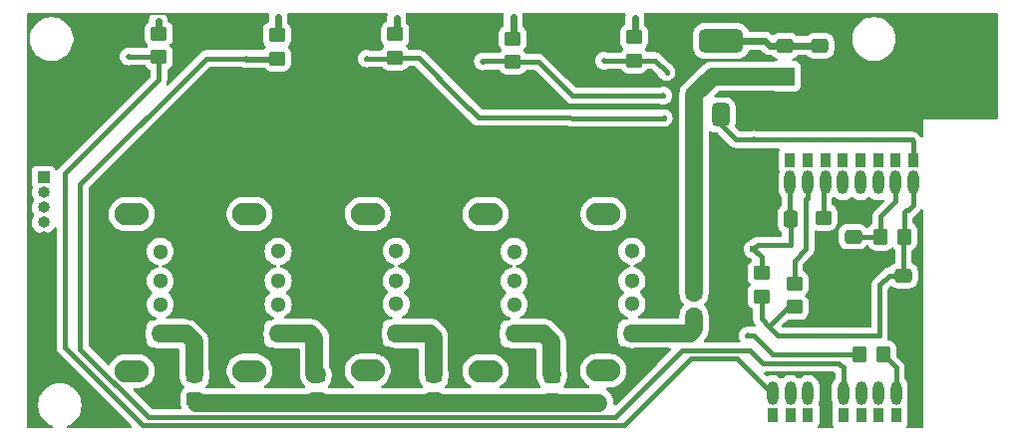
<source format=gbr>
%TF.GenerationSoftware,KiCad,Pcbnew,8.0.4*%
%TF.CreationDate,2025-06-08T15:43:54+10:00*%
%TF.ProjectId,USBPowerBlock,55534250-6f77-4657-9242-6c6f636b2e6b,rev?*%
%TF.SameCoordinates,Original*%
%TF.FileFunction,Copper,L2,Bot*%
%TF.FilePolarity,Positive*%
%FSLAX46Y46*%
G04 Gerber Fmt 4.6, Leading zero omitted, Abs format (unit mm)*
G04 Created by KiCad (PCBNEW 8.0.4) date 2025-06-08 15:43:54*
%MOMM*%
%LPD*%
G01*
G04 APERTURE LIST*
G04 Aperture macros list*
%AMRoundRect*
0 Rectangle with rounded corners*
0 $1 Rounding radius*
0 $2 $3 $4 $5 $6 $7 $8 $9 X,Y pos of 4 corners*
0 Add a 4 corners polygon primitive as box body*
4,1,4,$2,$3,$4,$5,$6,$7,$8,$9,$2,$3,0*
0 Add four circle primitives for the rounded corners*
1,1,$1+$1,$2,$3*
1,1,$1+$1,$4,$5*
1,1,$1+$1,$6,$7*
1,1,$1+$1,$8,$9*
0 Add four rect primitives between the rounded corners*
20,1,$1+$1,$2,$3,$4,$5,0*
20,1,$1+$1,$4,$5,$6,$7,0*
20,1,$1+$1,$6,$7,$8,$9,0*
20,1,$1+$1,$8,$9,$2,$3,0*%
G04 Aperture macros list end*
%TA.AperFunction,ComponentPad*%
%ADD10R,1.575000X1.575000*%
%TD*%
%TA.AperFunction,ComponentPad*%
%ADD11C,1.575000*%
%TD*%
%TA.AperFunction,ComponentPad*%
%ADD12R,1.300000X1.300000*%
%TD*%
%TA.AperFunction,ComponentPad*%
%ADD13C,1.300000*%
%TD*%
%TA.AperFunction,ComponentPad*%
%ADD14O,2.900000X1.900000*%
%TD*%
%TA.AperFunction,ComponentPad*%
%ADD15R,1.000000X1.000000*%
%TD*%
%TA.AperFunction,ComponentPad*%
%ADD16O,1.000000X1.000000*%
%TD*%
%TA.AperFunction,ComponentPad*%
%ADD17R,0.900000X1.300000*%
%TD*%
%TA.AperFunction,ComponentPad*%
%ADD18O,0.950000X2.000000*%
%TD*%
%TA.AperFunction,SMDPad,CuDef*%
%ADD19RoundRect,0.250000X0.450000X-0.350000X0.450000X0.350000X-0.450000X0.350000X-0.450000X-0.350000X0*%
%TD*%
%TA.AperFunction,SMDPad,CuDef*%
%ADD20RoundRect,0.250000X0.450000X-0.325000X0.450000X0.325000X-0.450000X0.325000X-0.450000X-0.325000X0*%
%TD*%
%TA.AperFunction,SMDPad,CuDef*%
%ADD21RoundRect,0.250000X-0.450000X0.350000X-0.450000X-0.350000X0.450000X-0.350000X0.450000X0.350000X0*%
%TD*%
%TA.AperFunction,SMDPad,CuDef*%
%ADD22RoundRect,0.250000X0.475000X-0.337500X0.475000X0.337500X-0.475000X0.337500X-0.475000X-0.337500X0*%
%TD*%
%TA.AperFunction,SMDPad,CuDef*%
%ADD23RoundRect,0.250000X-0.350000X-0.450000X0.350000X-0.450000X0.350000X0.450000X-0.350000X0.450000X0*%
%TD*%
%TA.AperFunction,SMDPad,CuDef*%
%ADD24RoundRect,0.250000X-0.475000X0.337500X-0.475000X-0.337500X0.475000X-0.337500X0.475000X0.337500X0*%
%TD*%
%TA.AperFunction,SMDPad,CuDef*%
%ADD25RoundRect,0.375000X0.375000X-0.625000X0.375000X0.625000X-0.375000X0.625000X-0.375000X-0.625000X0*%
%TD*%
%TA.AperFunction,SMDPad,CuDef*%
%ADD26RoundRect,0.500000X1.400000X-0.500000X1.400000X0.500000X-1.400000X0.500000X-1.400000X-0.500000X0*%
%TD*%
%TA.AperFunction,SMDPad,CuDef*%
%ADD27RoundRect,0.250000X0.337500X0.475000X-0.337500X0.475000X-0.337500X-0.475000X0.337500X-0.475000X0*%
%TD*%
%TA.AperFunction,SMDPad,CuDef*%
%ADD28RoundRect,0.250000X0.350000X0.450000X-0.350000X0.450000X-0.350000X-0.450000X0.350000X-0.450000X0*%
%TD*%
%TA.AperFunction,SMDPad,CuDef*%
%ADD29RoundRect,0.250000X-0.450000X0.325000X-0.450000X-0.325000X0.450000X-0.325000X0.450000X0.325000X0*%
%TD*%
%TA.AperFunction,ViaPad*%
%ADD30C,1.000000*%
%TD*%
%TA.AperFunction,ViaPad*%
%ADD31C,0.500000*%
%TD*%
%TA.AperFunction,ViaPad*%
%ADD32C,0.600000*%
%TD*%
%TA.AperFunction,Conductor*%
%ADD33C,0.600000*%
%TD*%
%TA.AperFunction,Conductor*%
%ADD34C,1.500000*%
%TD*%
%TA.AperFunction,Conductor*%
%ADD35C,0.400000*%
%TD*%
%TA.AperFunction,Conductor*%
%ADD36C,0.200000*%
%TD*%
G04 APERTURE END LIST*
D10*
%TO.P,J7,1,1*%
%TO.N,5V*%
X165510000Y-69510000D03*
D11*
%TO.P,J7,2,2*%
%TO.N,GND*%
X165510000Y-72010000D03*
%TD*%
D12*
%TO.P,J3,1,VBUS*%
%TO.N,5V3*%
X132450000Y-91380000D03*
D13*
%TO.P,J3,2,D-*%
%TO.N,unconnected-(J3-D--Pad2)*%
X132450000Y-88880000D03*
%TO.P,J3,3,D+*%
%TO.N,unconnected-(J3-D+-Pad3)*%
X132450000Y-86880000D03*
%TO.P,J3,4,GND*%
%TO.N,GND3*%
X132450000Y-84380000D03*
D14*
%TO.P,J3,5,Shield*%
%TO.N,unconnected-(J3-Shield-Pad5)*%
X130020000Y-94550000D03*
X130030000Y-81210000D03*
%TD*%
D12*
%TO.P,J5,1,VBUS*%
%TO.N,5V5*%
X152470000Y-91380000D03*
D13*
%TO.P,J5,2,D-*%
%TO.N,unconnected-(J5-D--Pad2)*%
X152470000Y-88880000D03*
%TO.P,J5,3,D+*%
%TO.N,unconnected-(J5-D+-Pad3)*%
X152470000Y-86880000D03*
%TO.P,J5,4,GND*%
%TO.N,GND5*%
X152470000Y-84380000D03*
D14*
%TO.P,J5,5,Shield*%
%TO.N,unconnected-(J5-Shield-Pad5)*%
X150040000Y-94550000D03*
X150050000Y-81210000D03*
%TD*%
D15*
%TO.P,J6,1,Pin_1*%
%TO.N,3V3*%
X102500000Y-78130000D03*
D16*
%TO.P,J6,2,Pin_2*%
%TO.N,RXD*%
X102500000Y-79400000D03*
%TO.P,J6,3,Pin_3*%
%TO.N,TXD*%
X102500000Y-80670000D03*
%TO.P,J6,4,Pin_4*%
%TO.N,IO0*%
X102500000Y-81940000D03*
%TO.P,J6,5,Pin_5*%
%TO.N,GND*%
X102500000Y-83210000D03*
%TD*%
D17*
%TO.P,U1,1,VDD*%
%TO.N,3V3*%
X176380000Y-76690000D03*
D18*
X176380000Y-78540000D03*
D17*
%TO.P,U1,2,EN*%
%TO.N,EN*%
X174880000Y-76690000D03*
D18*
X174880000Y-78540000D03*
D17*
%TO.P,U1,3,IO14*%
%TO.N,IO14*%
X173380000Y-76690000D03*
D18*
X173380000Y-78540000D03*
D17*
%TO.P,U1,4,IO12*%
%TO.N,IO12*%
X171880000Y-76690000D03*
D18*
X171880000Y-78540000D03*
D17*
%TO.P,U1,5,IO13*%
%TO.N,IO13*%
X170380000Y-76690000D03*
D18*
X170380000Y-78540000D03*
D17*
%TO.P,U1,6,IO15*%
%TO.N,IO15*%
X168880000Y-76690000D03*
D18*
X168880000Y-78540000D03*
D17*
%TO.P,U1,7,IO2*%
%TO.N,IO2*%
X167380000Y-76690000D03*
D18*
X167380000Y-78540000D03*
D17*
%TO.P,U1,8,IO0*%
%TO.N,IO0*%
X165880000Y-76690000D03*
D18*
X165880000Y-78540000D03*
D17*
%TO.P,U1,9,GND*%
%TO.N,GND*%
X164380000Y-76690000D03*
D18*
X164380000Y-78540000D03*
%TO.P,U1,10,IO4*%
%TO.N,IO4*%
X164420000Y-96440000D03*
D17*
X164420000Y-98290000D03*
D18*
%TO.P,U1,11,RXD*%
%TO.N,RXD*%
X165920000Y-96440000D03*
D17*
X165920000Y-98290000D03*
D18*
%TO.P,U1,12,TXD*%
%TO.N,TXD*%
X167420000Y-96440000D03*
D17*
X167420000Y-98290000D03*
D18*
%TO.P,U1,13,GND*%
%TO.N,GND*%
X168920000Y-96440000D03*
D17*
X168920000Y-98290000D03*
D18*
%TO.P,U1,14,IO5*%
%TO.N,IO5*%
X170420000Y-96440000D03*
D17*
X170420000Y-98290000D03*
D18*
%TO.P,U1,15,RST*%
%TO.N,unconnected-(U1-RST-Pad15)*%
X171920000Y-96440000D03*
D17*
X171920000Y-98290000D03*
D18*
%TO.P,U1,16,TOUT*%
%TO.N,unconnected-(U1-TOUT-Pad16)*%
X173420000Y-96440000D03*
D17*
X173420000Y-98290000D03*
D18*
%TO.P,U1,17,IO16*%
%TO.N,IO16*%
X174920000Y-96440000D03*
D17*
X174920000Y-98290000D03*
D18*
%TO.P,U1,18,GND*%
%TO.N,GND*%
X176420000Y-96440000D03*
D17*
X176420000Y-98290000D03*
%TD*%
D12*
%TO.P,J1,1,VBUS*%
%TO.N,5V1*%
X112410000Y-91410000D03*
D13*
%TO.P,J1,2,D-*%
%TO.N,unconnected-(J1-D--Pad2)*%
X112410000Y-88910000D03*
%TO.P,J1,3,D+*%
%TO.N,unconnected-(J1-D+-Pad3)*%
X112410000Y-86910000D03*
%TO.P,J1,4,GND*%
%TO.N,GND1*%
X112410000Y-84410000D03*
D14*
%TO.P,J1,5,Shield*%
%TO.N,unconnected-(J1-Shield-Pad5)*%
X109980000Y-94580000D03*
X109990000Y-81240000D03*
%TD*%
D12*
%TO.P,J2,1,VBUS*%
%TO.N,5V2*%
X122430000Y-91400000D03*
D13*
%TO.P,J2,2,D-*%
%TO.N,unconnected-(J2-D--Pad2)*%
X122430000Y-88900000D03*
%TO.P,J2,3,D+*%
%TO.N,unconnected-(J2-D+-Pad3)*%
X122430000Y-86900000D03*
%TO.P,J2,4,GND*%
%TO.N,GND2*%
X122430000Y-84400000D03*
D14*
%TO.P,J2,5,Shield*%
%TO.N,unconnected-(J2-Shield-Pad5)*%
X120000000Y-94570000D03*
X120010000Y-81230000D03*
%TD*%
D12*
%TO.P,J4,1,VBUS*%
%TO.N,5V4*%
X142470000Y-91410000D03*
D13*
%TO.P,J4,2,D-*%
%TO.N,unconnected-(J4-D--Pad2)*%
X142470000Y-88910000D03*
%TO.P,J4,3,D+*%
%TO.N,unconnected-(J4-D+-Pad3)*%
X142470000Y-86910000D03*
%TO.P,J4,4,GND*%
%TO.N,GND4*%
X142470000Y-84410000D03*
D14*
%TO.P,J4,5,Shield*%
%TO.N,unconnected-(J4-Shield-Pad5)*%
X140040000Y-94580000D03*
X140050000Y-81240000D03*
%TD*%
D19*
%TO.P,R10,1*%
%TO.N,IO13*%
X142340000Y-68290000D03*
%TO.P,R10,2*%
%TO.N,Net-(Q4-G)*%
X142340000Y-66290000D03*
%TD*%
D20*
%TO.P,F1,1*%
%TO.N,5V*%
X115340000Y-96995000D03*
%TO.P,F1,2*%
%TO.N,5V1*%
X115340000Y-94945000D03*
%TD*%
D21*
%TO.P,R15,1,1*%
%TO.N,IO15*%
X168730000Y-81530000D03*
%TO.P,R15,2,2*%
%TO.N,GND*%
X168730000Y-83530000D03*
%TD*%
D22*
%TO.P,C3,1,1*%
%TO.N,3V3*%
X168410000Y-66907500D03*
%TO.P,C3,2,2*%
%TO.N,GND*%
X168410000Y-64832500D03*
%TD*%
D20*
%TO.P,F3,1*%
%TO.N,5V*%
X135650000Y-97015000D03*
%TO.P,F3,2*%
%TO.N,5V3*%
X135650000Y-94965000D03*
%TD*%
D23*
%TO.P,R3,1,1*%
%TO.N,EN*%
X173610000Y-83140000D03*
%TO.P,R3,2,2*%
%TO.N,3V3*%
X175610000Y-83140000D03*
%TD*%
D19*
%TO.P,R8,1*%
%TO.N,IO12*%
X132360000Y-67940000D03*
%TO.P,R8,2*%
%TO.N,Net-(Q3-G)*%
X132360000Y-65940000D03*
%TD*%
D21*
%TO.P,R4,1,1*%
%TO.N,IO0*%
X163470000Y-86260000D03*
%TO.P,R4,2,2*%
%TO.N,3V3*%
X163470000Y-88260000D03*
%TD*%
D22*
%TO.P,C6,1*%
%TO.N,3V3*%
X165470000Y-66917500D03*
%TO.P,C6,2*%
%TO.N,GND*%
X165470000Y-64842500D03*
%TD*%
D24*
%TO.P,C1,1,1*%
%TO.N,EN*%
X171250000Y-83142500D03*
%TO.P,C1,2,2*%
%TO.N,GND*%
X171250000Y-85217500D03*
%TD*%
D19*
%TO.P,R12,1*%
%TO.N,IO14*%
X152660000Y-68160000D03*
%TO.P,R12,2*%
%TO.N,Net-(Q5-G)*%
X152660000Y-66160000D03*
%TD*%
D25*
%TO.P,U2,1,GND*%
%TO.N,GND*%
X162332500Y-72800000D03*
%TO.P,U2,2,VO*%
%TO.N,3V3*%
X160032500Y-72800000D03*
D26*
X160032500Y-66500000D03*
D25*
%TO.P,U2,3,VI*%
%TO.N,5V*%
X157732500Y-72800000D03*
%TD*%
D19*
%TO.P,R2,1*%
%TO.N,IO4*%
X112290000Y-67880000D03*
%TO.P,R2,2*%
%TO.N,Net-(Q1-G)*%
X112290000Y-65880000D03*
%TD*%
D27*
%TO.P,C5,1*%
%TO.N,GND*%
X159807500Y-81730000D03*
%TO.P,C5,2*%
%TO.N,5V*%
X157732500Y-81730000D03*
%TD*%
D28*
%TO.P,R17,1*%
%TO.N,IO16*%
X173810000Y-93190000D03*
%TO.P,R17,2*%
%TO.N,Net-(D3-A)*%
X171810000Y-93190000D03*
%TD*%
D20*
%TO.P,F2,1*%
%TO.N,5V*%
X125710000Y-97015000D03*
%TO.P,F2,2*%
%TO.N,5V2*%
X125710000Y-94965000D03*
%TD*%
D19*
%TO.P,R6,1*%
%TO.N,IO5*%
X122320000Y-67990000D03*
%TO.P,R6,2*%
%TO.N,Net-(Q2-G)*%
X122320000Y-65990000D03*
%TD*%
D27*
%TO.P,C4,1,1*%
%TO.N,IO0*%
X165917500Y-81650000D03*
%TO.P,C4,2,2*%
%TO.N,GND*%
X163842500Y-81650000D03*
%TD*%
D24*
%TO.P,C2,1,1*%
%TO.N,3V3*%
X175520000Y-86452500D03*
%TO.P,C2,2,2*%
%TO.N,GND*%
X175520000Y-88527500D03*
%TD*%
D29*
%TO.P,F5,1*%
%TO.N,5V*%
X157730000Y-87915000D03*
%TO.P,F5,2*%
%TO.N,5V5*%
X157730000Y-89965000D03*
%TD*%
D21*
%TO.P,R16,1,1*%
%TO.N,IO2*%
X166260000Y-87130000D03*
%TO.P,R16,2,2*%
%TO.N,3V3*%
X166260000Y-89130000D03*
%TD*%
D20*
%TO.P,F4,1*%
%TO.N,5V*%
X145710000Y-97045000D03*
%TO.P,F4,2*%
%TO.N,5V4*%
X145710000Y-94995000D03*
%TD*%
D30*
%TO.N,5V*%
X157720000Y-84400000D03*
X149650000Y-97290000D03*
D31*
%TO.N,3V3*%
X163760000Y-66500000D03*
X162830000Y-74910000D03*
D30*
%TO.N,GND*%
X161870000Y-77140000D03*
X109650000Y-69630000D03*
X103000000Y-73850000D03*
X155730000Y-65550000D03*
X169850000Y-88700000D03*
X135730000Y-66660000D03*
X103120000Y-85600000D03*
X150050000Y-92050000D03*
X115830000Y-66700000D03*
X120120000Y-70010000D03*
X114930000Y-89740000D03*
X125700000Y-66720000D03*
X160450000Y-86140000D03*
X145850000Y-66600000D03*
X176760000Y-70790000D03*
X102460000Y-92860000D03*
D32*
%TO.N,IO0*%
X162770000Y-84200000D03*
D31*
%TO.N,Net-(Q1-G)*%
X112245000Y-64820000D03*
%TO.N,Net-(Q2-G)*%
X122430000Y-64500000D03*
%TO.N,Net-(Q3-G)*%
X132500000Y-64540000D03*
%TO.N,Net-(Q4-G)*%
X142370000Y-64460000D03*
%TO.N,Net-(Q5-G)*%
X152710000Y-64520000D03*
%TO.N,IO4*%
X109700000Y-67820000D03*
%TO.N,IO5*%
X119700000Y-68050000D03*
%TO.N,IO12*%
X129930000Y-67990000D03*
X155170000Y-73060000D03*
%TO.N,IO13*%
X139820000Y-68240000D03*
X155150000Y-71150000D03*
%TO.N,IO14*%
X150090000Y-68190000D03*
X155410000Y-69160000D03*
%TO.N,Net-(D3-A)*%
X162300000Y-91550000D03*
%TD*%
D33*
%TO.N,3V3*%
X163760000Y-66500000D02*
X160032500Y-66500000D01*
X163760000Y-66500000D02*
X164177500Y-66917500D01*
X164177500Y-66917500D02*
X165470000Y-66917500D01*
D34*
%TO.N,5V*%
X157732500Y-84387500D02*
X157720000Y-84400000D01*
X157732500Y-71087500D02*
X159310000Y-69510000D01*
X157732500Y-74790000D02*
X157732500Y-72800000D01*
X149650000Y-97290000D02*
X115475000Y-97290000D01*
X157730000Y-84410000D02*
X157730000Y-87915000D01*
X157732500Y-81730000D02*
X157732500Y-74790000D01*
X157720000Y-84400000D02*
X157730000Y-84410000D01*
X157732500Y-74790000D02*
X157732500Y-71087500D01*
X157732500Y-81730000D02*
X157732500Y-84387500D01*
X159310000Y-69510000D02*
X165510000Y-69510000D01*
D35*
%TO.N,EN*%
X174880000Y-78540000D02*
X174880000Y-80140000D01*
X173610000Y-81410000D02*
X173610000Y-83140000D01*
X173607500Y-83142500D02*
X173610000Y-83140000D01*
X171250000Y-83142500D02*
X173607500Y-83142500D01*
X174880000Y-80140000D02*
X173610000Y-81410000D01*
X173302500Y-82832500D02*
X173610000Y-83140000D01*
%TO.N,3V3*%
X176380000Y-75040000D02*
X176380000Y-76990000D01*
X166260000Y-89130000D02*
X165750000Y-89130000D01*
X173500000Y-87280000D02*
X173500000Y-91540000D01*
X162840000Y-74920000D02*
X176260000Y-74920000D01*
X165750000Y-89130000D02*
X164105000Y-90775000D01*
X175520000Y-86452500D02*
X175520000Y-83230000D01*
X175520000Y-86452500D02*
X174327500Y-86452500D01*
X175960000Y-80900000D02*
X176380000Y-80480000D01*
X173480000Y-91560000D02*
X164890000Y-91560000D01*
X175740000Y-80900000D02*
X175960000Y-80900000D01*
X163470000Y-90140000D02*
X163470000Y-88260000D01*
X175610000Y-83140000D02*
X175610000Y-81030000D01*
D33*
X168410000Y-66907500D02*
X165480000Y-66907500D01*
D35*
X161330000Y-74920000D02*
X162820000Y-74920000D01*
X162820000Y-74920000D02*
X162830000Y-74910000D01*
X176260000Y-74920000D02*
X176380000Y-75040000D01*
X164890000Y-91560000D02*
X164105000Y-90775000D01*
X164105000Y-90775000D02*
X163470000Y-90140000D01*
X175520000Y-83230000D02*
X175610000Y-83140000D01*
X162830000Y-74910000D02*
X162840000Y-74920000D01*
X173500000Y-91540000D02*
X173480000Y-91560000D01*
X174327500Y-86452500D02*
X173500000Y-87280000D01*
X175610000Y-81030000D02*
X175740000Y-80900000D01*
D33*
X165480000Y-66907500D02*
X165470000Y-66917500D01*
D35*
X160032500Y-73622500D02*
X161330000Y-74920000D01*
X176380000Y-80480000D02*
X176380000Y-78540000D01*
X160032500Y-72800000D02*
X160032500Y-73622500D01*
D33*
%TO.N,GND*%
X176420000Y-96440000D02*
X176420000Y-97990000D01*
X176420000Y-92270000D02*
X175520000Y-91370000D01*
X168920000Y-96440000D02*
X168920000Y-97990000D01*
X175520000Y-91370000D02*
X175520000Y-88527500D01*
X176420000Y-96440000D02*
X176420000Y-92270000D01*
X164380000Y-76990000D02*
X164380000Y-78540000D01*
D34*
X164720000Y-72800000D02*
X165510000Y-72010000D01*
X162332500Y-72800000D02*
X164720000Y-72800000D01*
D36*
X113160000Y-64220000D02*
X111410000Y-64220000D01*
D35*
%TO.N,IO0*%
X165917500Y-81650000D02*
X165917500Y-83852500D01*
X163470000Y-84900000D02*
X162770000Y-84200000D01*
X165880000Y-78540000D02*
X165880000Y-81612500D01*
X165880000Y-81612500D02*
X165917500Y-81650000D01*
X165917500Y-83852500D02*
X163117500Y-83852500D01*
X165927500Y-78587500D02*
X165880000Y-78540000D01*
X163117500Y-83852500D02*
X162770000Y-84200000D01*
X163470000Y-86260000D02*
X163470000Y-84900000D01*
D34*
%TO.N,5V1*%
X115290000Y-94890000D02*
X115340000Y-94890000D01*
X115290000Y-92080000D02*
X115290000Y-94890000D01*
X115290000Y-92080000D02*
X114620000Y-91410000D01*
X114620000Y-91410000D02*
X112410000Y-91410000D01*
%TO.N,5V2*%
X125540000Y-94890000D02*
X125710000Y-94890000D01*
X125520000Y-91780000D02*
X125140000Y-91400000D01*
X125520000Y-94870000D02*
X125540000Y-94890000D01*
X125520000Y-91780000D02*
X125520000Y-94870000D01*
X125140000Y-91400000D02*
X122430000Y-91400000D01*
D33*
%TO.N,Net-(Q1-G)*%
X112245000Y-64820000D02*
X112245000Y-65835000D01*
X112245000Y-65835000D02*
X112290000Y-65880000D01*
%TO.N,Net-(Q2-G)*%
X122430000Y-65880000D02*
X122320000Y-65990000D01*
X122430000Y-64500000D02*
X122430000Y-65880000D01*
%TO.N,Net-(Q3-G)*%
X132500000Y-65800000D02*
X132360000Y-65940000D01*
X132500000Y-64540000D02*
X132500000Y-65800000D01*
%TO.N,Net-(Q4-G)*%
X142370000Y-66260000D02*
X142340000Y-66290000D01*
X142370000Y-64460000D02*
X142370000Y-66260000D01*
%TO.N,Net-(Q5-G)*%
X152710000Y-66110000D02*
X152660000Y-66160000D01*
X152710000Y-64520000D02*
X152710000Y-66110000D01*
D35*
%TO.N,IO4*%
X157480000Y-93510000D02*
X161390000Y-93510000D01*
X112290000Y-67880000D02*
X112290000Y-69790000D01*
X161390000Y-93510000D02*
X164320000Y-96440000D01*
X110950000Y-99210000D02*
X151780000Y-99210000D01*
X104330000Y-77750000D02*
X104330000Y-92590000D01*
X151780000Y-99210000D02*
X157480000Y-93510000D01*
X104330000Y-92590000D02*
X110950000Y-99210000D01*
X112230000Y-67820000D02*
X112290000Y-67880000D01*
X112290000Y-69790000D02*
X104330000Y-77750000D01*
X164320000Y-96440000D02*
X164420000Y-96440000D01*
X109700000Y-67820000D02*
X112230000Y-67820000D01*
%TO.N,IO5*%
X122320000Y-67990000D02*
X116360000Y-67990000D01*
X119746479Y-68085107D02*
X122276479Y-68085107D01*
X111450000Y-98540000D02*
X151010000Y-98540000D01*
X151010000Y-98540000D02*
X156720000Y-92830000D01*
X116360000Y-67990000D02*
X105620000Y-78730000D01*
X170050000Y-93940000D02*
X170420000Y-94310000D01*
X163590000Y-93940000D02*
X170050000Y-93940000D01*
X105620000Y-78730000D02*
X105620000Y-92710000D01*
X170420000Y-94310000D02*
X170420000Y-96440000D01*
X162480000Y-92830000D02*
X163590000Y-93940000D01*
X156720000Y-92830000D02*
X162480000Y-92830000D01*
X105620000Y-92710000D02*
X111450000Y-98540000D01*
%TO.N,IO12*%
X129910000Y-68010000D02*
X129930000Y-67990000D01*
X139420000Y-73030000D02*
X155170000Y-73060000D01*
X132360000Y-67940000D02*
X134330000Y-67940000D01*
X129930000Y-67990000D02*
X129950000Y-68010000D01*
X137870000Y-71480000D02*
X139420000Y-73030000D01*
X129895000Y-68010000D02*
X129910000Y-68010000D01*
X155170000Y-73060000D02*
X155170000Y-73030000D01*
X134330000Y-67940000D02*
X137870000Y-71480000D01*
X129950000Y-68010000D02*
X132425000Y-68010000D01*
%TO.N,IO13*%
X147390000Y-71150000D02*
X155150000Y-71150000D01*
X139765000Y-68210000D02*
X139790000Y-68210000D01*
X139790000Y-68210000D02*
X139820000Y-68240000D01*
X144530000Y-68290000D02*
X146480000Y-70240000D01*
X146480000Y-70240000D02*
X147390000Y-71150000D01*
X139850000Y-68210000D02*
X142295000Y-68210000D01*
X139820000Y-68240000D02*
X139850000Y-68210000D01*
X142340000Y-68290000D02*
X144530000Y-68290000D01*
X155150000Y-71150000D02*
X155120000Y-71150000D01*
%TO.N,IO14*%
X155410000Y-69160000D02*
X155430000Y-69180000D01*
X150075000Y-68170000D02*
X150090000Y-68190000D01*
X152660000Y-68160000D02*
X154410000Y-68160000D01*
X150090000Y-68190000D02*
X152605000Y-68170000D01*
X154410000Y-68160000D02*
X155410000Y-69160000D01*
D34*
%TO.N,5V3*%
X135610000Y-91690000D02*
X135300000Y-91380000D01*
X135300000Y-91380000D02*
X132450000Y-91380000D01*
X135610000Y-91690000D02*
X135610000Y-94890000D01*
X135610000Y-94890000D02*
X135650000Y-94890000D01*
%TO.N,5V4*%
X145610000Y-92030000D02*
X145610000Y-94890000D01*
X144990000Y-91410000D02*
X145610000Y-92030000D01*
X145610000Y-94890000D02*
X145710000Y-94890000D01*
X142470000Y-91410000D02*
X144990000Y-91410000D01*
%TO.N,5V5*%
X152495000Y-91355000D02*
X152470000Y-91380000D01*
X157730000Y-91005000D02*
X157730000Y-89965000D01*
X157380000Y-91355000D02*
X157730000Y-91005000D01*
X157380000Y-91355000D02*
X152495000Y-91355000D01*
D35*
%TO.N,Net-(D3-A)*%
X162790000Y-91520000D02*
X162330000Y-91520000D01*
X162330000Y-91520000D02*
X162300000Y-91550000D01*
X164460000Y-93190000D02*
X162790000Y-91520000D01*
X162300000Y-91550000D02*
X162270000Y-91520000D01*
X171810000Y-93190000D02*
X164460000Y-93190000D01*
X162270000Y-91520000D02*
X162240000Y-91520000D01*
%TO.N,IO15*%
X168730000Y-78690000D02*
X168880000Y-78540000D01*
X168730000Y-81530000D02*
X168730000Y-78690000D01*
%TO.N,IO2*%
X167380000Y-79850000D02*
X167380000Y-78540000D01*
X167260000Y-79970000D02*
X167380000Y-79850000D01*
X167260000Y-84170000D02*
X167260000Y-79970000D01*
X166260000Y-85170000D02*
X167260000Y-84170000D01*
X166260000Y-87130000D02*
X166260000Y-85170000D01*
%TO.N,IO16*%
X174920000Y-94300000D02*
X174920000Y-96440000D01*
X173810000Y-93190000D02*
X174920000Y-94300000D01*
%TD*%
%TA.AperFunction,Conductor*%
%TO.N,GND*%
G36*
X111584689Y-64140185D02*
G01*
X111630444Y-64192989D01*
X111640388Y-64262147D01*
X111620752Y-64313391D01*
X111535609Y-64440814D01*
X111535602Y-64440827D01*
X111475264Y-64586498D01*
X111475261Y-64586510D01*
X111444500Y-64741153D01*
X111444500Y-64822958D01*
X111424815Y-64889997D01*
X111385597Y-64928496D01*
X111371347Y-64937285D01*
X111371343Y-64937288D01*
X111247289Y-65061342D01*
X111155187Y-65210663D01*
X111155185Y-65210668D01*
X111152991Y-65217289D01*
X111100001Y-65377203D01*
X111100001Y-65377204D01*
X111100000Y-65377204D01*
X111089500Y-65479983D01*
X111089500Y-66280001D01*
X111089501Y-66280019D01*
X111100000Y-66382796D01*
X111100001Y-66382799D01*
X111155185Y-66549331D01*
X111155187Y-66549336D01*
X111190069Y-66605888D01*
X111243052Y-66691789D01*
X111247289Y-66698657D01*
X111340951Y-66792319D01*
X111374436Y-66853642D01*
X111369452Y-66923334D01*
X111340951Y-66967681D01*
X111247288Y-67061343D01*
X111242807Y-67067011D01*
X111241642Y-67066089D01*
X111195797Y-67107323D01*
X111142210Y-67119500D01*
X109991476Y-67119500D01*
X109950521Y-67112541D01*
X109868060Y-67083686D01*
X109700003Y-67064751D01*
X109699997Y-67064751D01*
X109531943Y-67083685D01*
X109372305Y-67139545D01*
X109372302Y-67139547D01*
X109229115Y-67229518D01*
X109229109Y-67229523D01*
X109109523Y-67349109D01*
X109109518Y-67349115D01*
X109019547Y-67492302D01*
X109019545Y-67492305D01*
X108963685Y-67651943D01*
X108944751Y-67819997D01*
X108944751Y-67820002D01*
X108963685Y-67988056D01*
X109019545Y-68147694D01*
X109019547Y-68147697D01*
X109109518Y-68290884D01*
X109109523Y-68290890D01*
X109229109Y-68410476D01*
X109229115Y-68410481D01*
X109372302Y-68500452D01*
X109372305Y-68500454D01*
X109372309Y-68500455D01*
X109372310Y-68500456D01*
X109421562Y-68517690D01*
X109531943Y-68556314D01*
X109699997Y-68575249D01*
X109700000Y-68575249D01*
X109700003Y-68575249D01*
X109868059Y-68556313D01*
X109868061Y-68556313D01*
X109950521Y-68527459D01*
X109991476Y-68520500D01*
X111068194Y-68520500D01*
X111135233Y-68540185D01*
X111173731Y-68579401D01*
X111247288Y-68698656D01*
X111371344Y-68822712D01*
X111520666Y-68914814D01*
X111520667Y-68914814D01*
X111526813Y-68918605D01*
X111525706Y-68920399D01*
X111570337Y-68959687D01*
X111589500Y-69025908D01*
X111589500Y-69448480D01*
X111569815Y-69515519D01*
X111553181Y-69536161D01*
X103785888Y-77303453D01*
X103785887Y-77303454D01*
X103709223Y-77418192D01*
X103696153Y-77449745D01*
X103652311Y-77504147D01*
X103586017Y-77526211D01*
X103518318Y-77508931D01*
X103470708Y-77457793D01*
X103465411Y-77445622D01*
X103443798Y-77387673D01*
X103443793Y-77387664D01*
X103357547Y-77272455D01*
X103357544Y-77272452D01*
X103242335Y-77186206D01*
X103242328Y-77186202D01*
X103107482Y-77135908D01*
X103107483Y-77135908D01*
X103047883Y-77129501D01*
X103047881Y-77129500D01*
X103047873Y-77129500D01*
X103047864Y-77129500D01*
X101952129Y-77129500D01*
X101952123Y-77129501D01*
X101892516Y-77135908D01*
X101757671Y-77186202D01*
X101757664Y-77186206D01*
X101642455Y-77272452D01*
X101642452Y-77272455D01*
X101556206Y-77387664D01*
X101556202Y-77387671D01*
X101505908Y-77522517D01*
X101499501Y-77582116D01*
X101499500Y-77582135D01*
X101499500Y-78677870D01*
X101499501Y-78677876D01*
X101505908Y-78737483D01*
X101556202Y-78872328D01*
X101556204Y-78872331D01*
X101562231Y-78880382D01*
X101586648Y-78945846D01*
X101573105Y-79009470D01*
X101573518Y-79009641D01*
X101572595Y-79011869D01*
X101572324Y-79013143D01*
X101571188Y-79015267D01*
X101571186Y-79015272D01*
X101571186Y-79015273D01*
X101554124Y-79071519D01*
X101513975Y-79203870D01*
X101494659Y-79400000D01*
X101513975Y-79596129D01*
X101513976Y-79596132D01*
X101569600Y-79779500D01*
X101571188Y-79784733D01*
X101664086Y-79958532D01*
X101667473Y-79963601D01*
X101665836Y-79964694D01*
X101689596Y-80020663D01*
X101677795Y-80089529D01*
X101667109Y-80106156D01*
X101667473Y-80106399D01*
X101664086Y-80111467D01*
X101571188Y-80285266D01*
X101513975Y-80473870D01*
X101494659Y-80670000D01*
X101513975Y-80866129D01*
X101513976Y-80866132D01*
X101543498Y-80963454D01*
X101571188Y-81054733D01*
X101664086Y-81228532D01*
X101667473Y-81233601D01*
X101665836Y-81234694D01*
X101689596Y-81290663D01*
X101677795Y-81359529D01*
X101667109Y-81376156D01*
X101667473Y-81376399D01*
X101664086Y-81381467D01*
X101571188Y-81555266D01*
X101513975Y-81743870D01*
X101494659Y-81940000D01*
X101513975Y-82136129D01*
X101513976Y-82136132D01*
X101556950Y-82277799D01*
X101571188Y-82324733D01*
X101664086Y-82498532D01*
X101664090Y-82498539D01*
X101789116Y-82650883D01*
X101941460Y-82775909D01*
X101941467Y-82775913D01*
X102115266Y-82868811D01*
X102115269Y-82868811D01*
X102115273Y-82868814D01*
X102303868Y-82926024D01*
X102500000Y-82945341D01*
X102696132Y-82926024D01*
X102884727Y-82868814D01*
X103058538Y-82775910D01*
X103210883Y-82650883D01*
X103335910Y-82498538D01*
X103366130Y-82442000D01*
X103396142Y-82385853D01*
X103445104Y-82336009D01*
X103513242Y-82320548D01*
X103578921Y-82344379D01*
X103621290Y-82399937D01*
X103629500Y-82444306D01*
X103629500Y-92521006D01*
X103629500Y-92658994D01*
X103629500Y-92658996D01*
X103629499Y-92658996D01*
X103656418Y-92794322D01*
X103656421Y-92794332D01*
X103709222Y-92921807D01*
X103785887Y-93036545D01*
X103785888Y-93036546D01*
X109977162Y-99227819D01*
X110010647Y-99289142D01*
X110005663Y-99358834D01*
X109963791Y-99414767D01*
X109898327Y-99439184D01*
X109889481Y-99439500D01*
X104618329Y-99439500D01*
X104551290Y-99419815D01*
X104505535Y-99367011D01*
X104495591Y-99297853D01*
X104524616Y-99234297D01*
X104570876Y-99200939D01*
X104615806Y-99182328D01*
X104710212Y-99143224D01*
X104920289Y-99021936D01*
X105112738Y-98874265D01*
X105284265Y-98702738D01*
X105431936Y-98510289D01*
X105553224Y-98300212D01*
X105646054Y-98076100D01*
X105708838Y-97841789D01*
X105740500Y-97601288D01*
X105740500Y-97358712D01*
X105708838Y-97118211D01*
X105646054Y-96883900D01*
X105553224Y-96659788D01*
X105431936Y-96449711D01*
X105284265Y-96257262D01*
X105284260Y-96257256D01*
X105112743Y-96085739D01*
X105112736Y-96085733D01*
X104920293Y-95938067D01*
X104920292Y-95938066D01*
X104920289Y-95938064D01*
X104713924Y-95818919D01*
X104710214Y-95816777D01*
X104710205Y-95816773D01*
X104486104Y-95723947D01*
X104251785Y-95661161D01*
X104011289Y-95629500D01*
X104011288Y-95629500D01*
X103768712Y-95629500D01*
X103768711Y-95629500D01*
X103528214Y-95661161D01*
X103293895Y-95723947D01*
X103069794Y-95816773D01*
X103069785Y-95816777D01*
X102859706Y-95938067D01*
X102667263Y-96085733D01*
X102667256Y-96085739D01*
X102495739Y-96257256D01*
X102495733Y-96257263D01*
X102348067Y-96449706D01*
X102226777Y-96659785D01*
X102226773Y-96659794D01*
X102133947Y-96883895D01*
X102071161Y-97118214D01*
X102039500Y-97358711D01*
X102039500Y-97601288D01*
X102071161Y-97841785D01*
X102133947Y-98076104D01*
X102210207Y-98260212D01*
X102226776Y-98300212D01*
X102348064Y-98510289D01*
X102348066Y-98510292D01*
X102348067Y-98510293D01*
X102495733Y-98702736D01*
X102495739Y-98702743D01*
X102667256Y-98874260D01*
X102667262Y-98874265D01*
X102859711Y-99021936D01*
X103069788Y-99143224D01*
X103157915Y-99179727D01*
X103209124Y-99200939D01*
X103263527Y-99244780D01*
X103285592Y-99311074D01*
X103268313Y-99378773D01*
X103217176Y-99426384D01*
X103161671Y-99439500D01*
X101204500Y-99439500D01*
X101137461Y-99419815D01*
X101091706Y-99367011D01*
X101080500Y-99315500D01*
X101080500Y-66218711D01*
X101339500Y-66218711D01*
X101339500Y-66461288D01*
X101371161Y-66701785D01*
X101433947Y-66936104D01*
X101510676Y-67121344D01*
X101526776Y-67160212D01*
X101648064Y-67370289D01*
X101648066Y-67370292D01*
X101648067Y-67370293D01*
X101795733Y-67562736D01*
X101795739Y-67562743D01*
X101967256Y-67734260D01*
X101967263Y-67734266D01*
X101982407Y-67745886D01*
X102159711Y-67881936D01*
X102369788Y-68003224D01*
X102593900Y-68096054D01*
X102828211Y-68158838D01*
X102992753Y-68180500D01*
X103068711Y-68190500D01*
X103068712Y-68190500D01*
X103311289Y-68190500D01*
X103359388Y-68184167D01*
X103551789Y-68158838D01*
X103786100Y-68096054D01*
X104010212Y-68003224D01*
X104220289Y-67881936D01*
X104412738Y-67734265D01*
X104584265Y-67562738D01*
X104731936Y-67370289D01*
X104853224Y-67160212D01*
X104946054Y-66936100D01*
X105008838Y-66701789D01*
X105040500Y-66461288D01*
X105040500Y-66218712D01*
X105039183Y-66208712D01*
X105025048Y-66101342D01*
X105008838Y-65978211D01*
X104946054Y-65743900D01*
X104853224Y-65519788D01*
X104731936Y-65309711D01*
X104661018Y-65217289D01*
X104584266Y-65117263D01*
X104584260Y-65117256D01*
X104412743Y-64945739D01*
X104412736Y-64945733D01*
X104220293Y-64798067D01*
X104220292Y-64798066D01*
X104220289Y-64798064D01*
X104010212Y-64676776D01*
X104010205Y-64676773D01*
X103786104Y-64583947D01*
X103551785Y-64521161D01*
X103311289Y-64489500D01*
X103311288Y-64489500D01*
X103068712Y-64489500D01*
X103068711Y-64489500D01*
X102828214Y-64521161D01*
X102593895Y-64583947D01*
X102369794Y-64676773D01*
X102369785Y-64676777D01*
X102159706Y-64798067D01*
X101967263Y-64945733D01*
X101967256Y-64945739D01*
X101795739Y-65117256D01*
X101795733Y-65117263D01*
X101648067Y-65309706D01*
X101526777Y-65519785D01*
X101526773Y-65519794D01*
X101433947Y-65743895D01*
X101371161Y-65978214D01*
X101339500Y-66218711D01*
X101080500Y-66218711D01*
X101080500Y-64244500D01*
X101100185Y-64177461D01*
X101152989Y-64131706D01*
X101204500Y-64120500D01*
X111517650Y-64120500D01*
X111584689Y-64140185D01*
G37*
%TD.AperFunction*%
%TA.AperFunction,Conductor*%
G36*
X169662539Y-94660185D02*
G01*
X169708294Y-94712989D01*
X169719500Y-94764500D01*
X169719500Y-95184572D01*
X169699815Y-95251611D01*
X169683181Y-95272253D01*
X169662282Y-95293151D01*
X169662279Y-95293155D01*
X169555521Y-95452929D01*
X169555520Y-95452931D01*
X169481989Y-95630452D01*
X169481986Y-95630464D01*
X169444500Y-95818917D01*
X169444500Y-97061082D01*
X169481986Y-97249535D01*
X169481989Y-97249547D01*
X169515654Y-97330822D01*
X169523123Y-97400291D01*
X169517275Y-97421607D01*
X169475908Y-97532517D01*
X169470500Y-97582826D01*
X169469501Y-97592123D01*
X169469500Y-97592135D01*
X169469500Y-98987870D01*
X169469501Y-98987876D01*
X169475908Y-99047483D01*
X169526202Y-99182328D01*
X169526204Y-99182331D01*
X169570265Y-99241189D01*
X169594683Y-99306652D01*
X169579832Y-99374925D01*
X169530427Y-99424331D01*
X169470999Y-99439500D01*
X168369001Y-99439500D01*
X168301962Y-99419815D01*
X168256207Y-99367011D01*
X168246263Y-99297853D01*
X168269734Y-99241189D01*
X168313796Y-99182331D01*
X168364091Y-99047483D01*
X168370500Y-98987873D01*
X168370499Y-97592128D01*
X168364091Y-97532517D01*
X168344744Y-97480646D01*
X168322724Y-97421606D01*
X168317740Y-97351914D01*
X168324342Y-97330828D01*
X168358012Y-97249543D01*
X168395500Y-97061078D01*
X168395500Y-95818922D01*
X168395500Y-95818919D01*
X168395499Y-95818917D01*
X168387116Y-95776773D01*
X168358012Y-95630457D01*
X168354162Y-95621162D01*
X168284479Y-95452931D01*
X168284478Y-95452929D01*
X168264344Y-95422797D01*
X168177720Y-95293155D01*
X168177717Y-95293151D01*
X168041848Y-95157282D01*
X168041844Y-95157279D01*
X167882070Y-95050521D01*
X167882068Y-95050520D01*
X167704547Y-94976989D01*
X167704535Y-94976986D01*
X167516081Y-94939500D01*
X167516078Y-94939500D01*
X167323922Y-94939500D01*
X167323919Y-94939500D01*
X167135464Y-94976986D01*
X167135452Y-94976989D01*
X166957931Y-95050520D01*
X166957929Y-95050521D01*
X166798155Y-95157279D01*
X166798151Y-95157282D01*
X166757681Y-95197753D01*
X166696358Y-95231238D01*
X166626666Y-95226254D01*
X166582319Y-95197753D01*
X166541848Y-95157282D01*
X166541844Y-95157279D01*
X166382070Y-95050521D01*
X166382068Y-95050520D01*
X166204547Y-94976989D01*
X166204535Y-94976986D01*
X166016081Y-94939500D01*
X166016078Y-94939500D01*
X165823922Y-94939500D01*
X165823919Y-94939500D01*
X165635464Y-94976986D01*
X165635452Y-94976989D01*
X165457931Y-95050520D01*
X165457929Y-95050521D01*
X165298155Y-95157279D01*
X165298151Y-95157282D01*
X165257681Y-95197753D01*
X165196358Y-95231238D01*
X165126666Y-95226254D01*
X165082319Y-95197753D01*
X165041848Y-95157282D01*
X165041844Y-95157279D01*
X164882070Y-95050521D01*
X164882068Y-95050520D01*
X164704547Y-94976989D01*
X164704535Y-94976986D01*
X164516081Y-94939500D01*
X164516078Y-94939500D01*
X164323922Y-94939500D01*
X164323919Y-94939500D01*
X164135464Y-94976986D01*
X164135452Y-94976989D01*
X164008489Y-95029579D01*
X163939020Y-95037048D01*
X163876541Y-95005773D01*
X163873356Y-95002699D01*
X163722838Y-94852181D01*
X163689353Y-94790858D01*
X163694337Y-94721166D01*
X163736209Y-94665233D01*
X163801673Y-94640816D01*
X163810519Y-94640500D01*
X169595500Y-94640500D01*
X169662539Y-94660185D01*
G37*
%TD.AperFunction*%
%TA.AperFunction,Conductor*%
G36*
X177164659Y-80821498D02*
G01*
X177201379Y-80880941D01*
X177205797Y-80913654D01*
X177219541Y-99315407D01*
X177199906Y-99382462D01*
X177147137Y-99428256D01*
X177095541Y-99439500D01*
X175869001Y-99439500D01*
X175801962Y-99419815D01*
X175756207Y-99367011D01*
X175746263Y-99297853D01*
X175769734Y-99241189D01*
X175813796Y-99182331D01*
X175864091Y-99047483D01*
X175870500Y-98987873D01*
X175870499Y-97592128D01*
X175864091Y-97532517D01*
X175844744Y-97480646D01*
X175822724Y-97421606D01*
X175817740Y-97351914D01*
X175824342Y-97330828D01*
X175858012Y-97249543D01*
X175895500Y-97061078D01*
X175895500Y-95818922D01*
X175895500Y-95818919D01*
X175895499Y-95818917D01*
X175887116Y-95776773D01*
X175858012Y-95630457D01*
X175854162Y-95621162D01*
X175784479Y-95452931D01*
X175784478Y-95452929D01*
X175764344Y-95422797D01*
X175677720Y-95293155D01*
X175677717Y-95293151D01*
X175656819Y-95272253D01*
X175623334Y-95210930D01*
X175620500Y-95184572D01*
X175620500Y-94231008D01*
X175620500Y-94231007D01*
X175620367Y-94230340D01*
X175620336Y-94230185D01*
X175607966Y-94167996D01*
X175593580Y-94095672D01*
X175579761Y-94062310D01*
X175540777Y-93968192D01*
X175464112Y-93853454D01*
X174946818Y-93336160D01*
X174913333Y-93274837D01*
X174910499Y-93248479D01*
X174910499Y-92689998D01*
X174910498Y-92689981D01*
X174899999Y-92587203D01*
X174899998Y-92587200D01*
X174890615Y-92558884D01*
X174844814Y-92420666D01*
X174752712Y-92271344D01*
X174628656Y-92147288D01*
X174516109Y-92077869D01*
X174479336Y-92055187D01*
X174479331Y-92055185D01*
X174477862Y-92054698D01*
X174312797Y-92000001D01*
X174312795Y-92000000D01*
X174243326Y-91992903D01*
X174178635Y-91966506D01*
X174138484Y-91909325D01*
X174135622Y-91839514D01*
X174141369Y-91822092D01*
X174173580Y-91744329D01*
X174186061Y-91681583D01*
X174200500Y-91608993D01*
X174200500Y-87621518D01*
X174220185Y-87554479D01*
X174236815Y-87533841D01*
X174394463Y-87376192D01*
X174455786Y-87342708D01*
X174525478Y-87347692D01*
X174569825Y-87376193D01*
X174576344Y-87382712D01*
X174725666Y-87474814D01*
X174892203Y-87529999D01*
X174994991Y-87540500D01*
X176045008Y-87540499D01*
X176045016Y-87540498D01*
X176045019Y-87540498D01*
X176110225Y-87533837D01*
X176147797Y-87529999D01*
X176314334Y-87474814D01*
X176463656Y-87382712D01*
X176587712Y-87258656D01*
X176679814Y-87109334D01*
X176734999Y-86942797D01*
X176745500Y-86840009D01*
X176745499Y-86064992D01*
X176734999Y-85962203D01*
X176679814Y-85795666D01*
X176587712Y-85646344D01*
X176463656Y-85522288D01*
X176314334Y-85430186D01*
X176314333Y-85430185D01*
X176314332Y-85430185D01*
X176305493Y-85427256D01*
X176248049Y-85387482D01*
X176221228Y-85322965D01*
X176220500Y-85309551D01*
X176220500Y-84380309D01*
X176240185Y-84313270D01*
X176279401Y-84274772D01*
X176428656Y-84182712D01*
X176552712Y-84058656D01*
X176644814Y-83909334D01*
X176699999Y-83742797D01*
X176710500Y-83640009D01*
X176710499Y-82639992D01*
X176709529Y-82630500D01*
X176699999Y-82537203D01*
X176699998Y-82537200D01*
X176682920Y-82485663D01*
X176644814Y-82370666D01*
X176552712Y-82221344D01*
X176428656Y-82097288D01*
X176428655Y-82097287D01*
X176369402Y-82060739D01*
X176322678Y-82008791D01*
X176310500Y-81955201D01*
X176310500Y-81574566D01*
X176330185Y-81507527D01*
X176365609Y-81471464D01*
X176406543Y-81444114D01*
X176924114Y-80926543D01*
X176978695Y-80844856D01*
X177032306Y-80800052D01*
X177101631Y-80791344D01*
X177164659Y-80821498D01*
G37*
%TD.AperFunction*%
%TA.AperFunction,Conductor*%
G36*
X131688768Y-64140185D02*
G01*
X131734523Y-64192989D01*
X131744467Y-64262147D01*
X131736290Y-64291953D01*
X131730263Y-64306502D01*
X131730261Y-64306510D01*
X131699500Y-64461153D01*
X131699500Y-64779580D01*
X131679815Y-64846619D01*
X131627011Y-64892374D01*
X131614507Y-64897285D01*
X131590667Y-64905185D01*
X131441342Y-64997289D01*
X131317289Y-65121342D01*
X131225187Y-65270663D01*
X131225185Y-65270668D01*
X131208617Y-65320668D01*
X131170001Y-65437203D01*
X131170001Y-65437204D01*
X131170000Y-65437204D01*
X131159500Y-65539983D01*
X131159500Y-66340001D01*
X131159501Y-66340019D01*
X131170000Y-66442796D01*
X131170001Y-66442799D01*
X131225185Y-66609331D01*
X131225186Y-66609334D01*
X131282212Y-66701789D01*
X131317289Y-66758657D01*
X131410951Y-66852319D01*
X131444436Y-66913642D01*
X131439452Y-66983334D01*
X131410951Y-67027681D01*
X131317289Y-67121342D01*
X131306060Y-67139547D01*
X131239364Y-67247681D01*
X131237565Y-67250597D01*
X131185617Y-67297321D01*
X131132026Y-67309500D01*
X130278633Y-67309500D01*
X130237678Y-67302541D01*
X130098060Y-67253686D01*
X129930003Y-67234751D01*
X129929997Y-67234751D01*
X129761943Y-67253685D01*
X129602305Y-67309545D01*
X129602302Y-67309547D01*
X129459115Y-67399518D01*
X129459109Y-67399523D01*
X129339523Y-67519109D01*
X129339518Y-67519115D01*
X129249547Y-67662302D01*
X129249545Y-67662305D01*
X129193685Y-67821943D01*
X129174751Y-67989997D01*
X129174751Y-67990002D01*
X129193685Y-68158056D01*
X129249545Y-68317694D01*
X129249547Y-68317697D01*
X129339518Y-68460884D01*
X129339523Y-68460890D01*
X129459109Y-68580476D01*
X129459115Y-68580481D01*
X129602302Y-68670452D01*
X129602305Y-68670454D01*
X129602309Y-68670455D01*
X129602310Y-68670456D01*
X129655635Y-68689115D01*
X129761943Y-68726314D01*
X129929997Y-68745249D01*
X129930000Y-68745249D01*
X129930003Y-68745249D01*
X130098055Y-68726314D01*
X130098057Y-68726313D01*
X130098059Y-68726313D01*
X130112638Y-68721211D01*
X130123366Y-68717458D01*
X130164319Y-68710500D01*
X131219178Y-68710500D01*
X131286217Y-68730185D01*
X131312089Y-68753640D01*
X131312181Y-68753549D01*
X131314043Y-68755411D01*
X131316441Y-68757585D01*
X131317287Y-68758655D01*
X131317288Y-68758656D01*
X131441344Y-68882712D01*
X131590666Y-68974814D01*
X131757203Y-69029999D01*
X131859991Y-69040500D01*
X132860008Y-69040499D01*
X132860016Y-69040498D01*
X132860019Y-69040498D01*
X132916302Y-69034748D01*
X132962797Y-69029999D01*
X133129334Y-68974814D01*
X133278656Y-68882712D01*
X133402712Y-68758656D01*
X133439259Y-68699402D01*
X133491207Y-68652679D01*
X133544798Y-68640500D01*
X133988481Y-68640500D01*
X134055520Y-68660185D01*
X134076162Y-68676819D01*
X137325886Y-71926543D01*
X138924385Y-73525042D01*
X138972422Y-73573262D01*
X138972425Y-73573264D01*
X138972436Y-73573275D01*
X138973248Y-73573942D01*
X138973450Y-73574108D01*
X138973455Y-73574112D01*
X138973457Y-73574114D01*
X138973460Y-73574116D01*
X139030178Y-73612014D01*
X139030374Y-73612145D01*
X139087019Y-73650150D01*
X139087363Y-73650334D01*
X139087576Y-73650448D01*
X139088166Y-73650764D01*
X139088183Y-73650771D01*
X139088189Y-73650775D01*
X139150920Y-73676759D01*
X139151109Y-73676911D01*
X139151136Y-73676849D01*
X139190702Y-73693325D01*
X139214389Y-73703190D01*
X139214390Y-73703190D01*
X139214392Y-73703191D01*
X139214803Y-73703316D01*
X139215015Y-73703381D01*
X139215657Y-73703577D01*
X139282699Y-73716912D01*
X139282697Y-73716917D01*
X139282895Y-73716951D01*
X139349673Y-73730367D01*
X139349676Y-73730367D01*
X139349691Y-73730370D01*
X139350645Y-73730464D01*
X139350864Y-73730486D01*
X139351004Y-73730500D01*
X139419498Y-73730500D01*
X154877167Y-73759943D01*
X154917885Y-73766901D01*
X154951464Y-73778650D01*
X155001941Y-73796313D01*
X155023499Y-73798742D01*
X155169997Y-73815249D01*
X155170000Y-73815249D01*
X155170003Y-73815249D01*
X155338056Y-73796314D01*
X155338059Y-73796313D01*
X155497690Y-73740456D01*
X155497692Y-73740454D01*
X155497694Y-73740454D01*
X155497697Y-73740452D01*
X155640884Y-73650481D01*
X155640885Y-73650480D01*
X155640890Y-73650477D01*
X155760477Y-73530890D01*
X155850452Y-73387697D01*
X155850454Y-73387694D01*
X155850454Y-73387692D01*
X155850456Y-73387690D01*
X155906313Y-73228059D01*
X155906313Y-73228058D01*
X155906314Y-73228056D01*
X155925249Y-73060002D01*
X155925249Y-73059997D01*
X155906314Y-72891943D01*
X155850454Y-72732305D01*
X155850452Y-72732302D01*
X155760481Y-72589115D01*
X155760476Y-72589109D01*
X155640890Y-72469523D01*
X155640884Y-72469518D01*
X155497697Y-72379547D01*
X155497694Y-72379545D01*
X155338056Y-72323685D01*
X155170003Y-72304751D01*
X155169997Y-72304751D01*
X155001941Y-72323686D01*
X154921059Y-72351987D01*
X154879870Y-72358945D01*
X139761932Y-72330149D01*
X139694930Y-72310337D01*
X139674487Y-72293830D01*
X138316543Y-70935886D01*
X134776546Y-67395888D01*
X134776545Y-67395887D01*
X134661807Y-67319222D01*
X134534332Y-67266421D01*
X134534322Y-67266418D01*
X134398996Y-67239500D01*
X134398994Y-67239500D01*
X134398993Y-67239500D01*
X133544798Y-67239500D01*
X133477759Y-67219815D01*
X133439259Y-67180597D01*
X133402712Y-67121344D01*
X133309049Y-67027681D01*
X133275564Y-66966358D01*
X133280548Y-66896666D01*
X133309049Y-66852319D01*
X133352712Y-66808656D01*
X133402712Y-66758656D01*
X133494814Y-66609334D01*
X133549999Y-66442797D01*
X133560500Y-66340009D01*
X133560499Y-65539992D01*
X133549999Y-65437203D01*
X133494814Y-65270666D01*
X133402712Y-65121344D01*
X133336819Y-65055451D01*
X133303334Y-64994128D01*
X133300500Y-64967770D01*
X133300500Y-64461155D01*
X133300499Y-64461153D01*
X133269738Y-64306510D01*
X133269737Y-64306503D01*
X133263709Y-64291952D01*
X133256241Y-64222483D01*
X133287516Y-64160004D01*
X133347605Y-64124352D01*
X133378271Y-64120500D01*
X141470254Y-64120500D01*
X141537293Y-64140185D01*
X141583048Y-64192989D01*
X141592992Y-64262147D01*
X141591871Y-64268692D01*
X141569500Y-64381155D01*
X141569500Y-65186697D01*
X141549815Y-65253736D01*
X141510597Y-65292235D01*
X141421347Y-65347285D01*
X141421343Y-65347288D01*
X141297289Y-65471342D01*
X141205187Y-65620663D01*
X141205185Y-65620668D01*
X141201256Y-65632525D01*
X141150001Y-65787203D01*
X141150001Y-65787204D01*
X141150000Y-65787204D01*
X141139500Y-65889983D01*
X141139500Y-66690001D01*
X141139501Y-66690019D01*
X141150000Y-66792796D01*
X141150001Y-66792799D01*
X141170163Y-66853642D01*
X141205186Y-66959334D01*
X141281886Y-67083686D01*
X141297289Y-67108657D01*
X141390951Y-67202319D01*
X141424436Y-67263642D01*
X141419452Y-67333334D01*
X141390951Y-67377681D01*
X141295451Y-67473181D01*
X141234128Y-67506666D01*
X141207770Y-67509500D01*
X140025741Y-67509500D01*
X139995064Y-67504287D01*
X139994848Y-67505236D01*
X139988058Y-67503686D01*
X139820003Y-67484751D01*
X139819997Y-67484751D01*
X139651943Y-67503685D01*
X139522250Y-67549067D01*
X139492310Y-67559544D01*
X139492308Y-67559544D01*
X139492308Y-67559545D01*
X139476911Y-67569219D01*
X139458397Y-67578783D01*
X139433188Y-67589225D01*
X139433186Y-67589226D01*
X139318462Y-67665882D01*
X139318454Y-67665888D01*
X139220888Y-67763454D01*
X139220885Y-67763458D01*
X139144228Y-67878182D01*
X139144221Y-67878195D01*
X139091421Y-68005667D01*
X139091418Y-68005677D01*
X139064500Y-68141004D01*
X139064500Y-68278992D01*
X139074195Y-68327737D01*
X139075796Y-68338038D01*
X139083687Y-68408059D01*
X139095030Y-68440476D01*
X139139544Y-68567692D01*
X139139547Y-68567697D01*
X139229518Y-68710884D01*
X139229523Y-68710890D01*
X139349109Y-68830476D01*
X139349115Y-68830481D01*
X139492302Y-68920452D01*
X139492305Y-68920454D01*
X139492309Y-68920455D01*
X139492310Y-68920456D01*
X139520114Y-68930185D01*
X139651943Y-68976314D01*
X139819997Y-68995249D01*
X139820000Y-68995249D01*
X139820003Y-68995249D01*
X139988056Y-68976314D01*
X139992343Y-68974814D01*
X140147690Y-68920456D01*
X140147691Y-68920455D01*
X140154262Y-68918156D01*
X140154918Y-68920031D01*
X140196666Y-68910500D01*
X141105858Y-68910500D01*
X141172897Y-68930185D01*
X141211395Y-68969401D01*
X141297288Y-69108656D01*
X141421344Y-69232712D01*
X141570666Y-69324814D01*
X141737203Y-69379999D01*
X141839991Y-69390500D01*
X142840008Y-69390499D01*
X142840016Y-69390498D01*
X142840019Y-69390498D01*
X142896302Y-69384748D01*
X142942797Y-69379999D01*
X143109334Y-69324814D01*
X143258656Y-69232712D01*
X143382712Y-69108656D01*
X143419259Y-69049402D01*
X143471207Y-69002679D01*
X143524798Y-68990500D01*
X144188481Y-68990500D01*
X144255520Y-69010185D01*
X144276162Y-69026819D01*
X145931545Y-70682201D01*
X145931566Y-70682224D01*
X146845886Y-71596542D01*
X146943458Y-71694114D01*
X146943459Y-71694115D01*
X147058182Y-71770771D01*
X147058189Y-71770775D01*
X147129951Y-71800499D01*
X147129953Y-71800501D01*
X147185666Y-71823578D01*
X147185671Y-71823580D01*
X147185680Y-71823581D01*
X147185681Y-71823582D01*
X147212545Y-71828925D01*
X147212551Y-71828926D01*
X147212591Y-71828934D01*
X147302937Y-71846905D01*
X147321006Y-71850500D01*
X147321007Y-71850500D01*
X154858524Y-71850500D01*
X154899479Y-71857459D01*
X154981939Y-71886313D01*
X155149997Y-71905249D01*
X155150000Y-71905249D01*
X155150003Y-71905249D01*
X155318056Y-71886314D01*
X155318059Y-71886313D01*
X155477690Y-71830456D01*
X155477692Y-71830454D01*
X155477694Y-71830454D01*
X155477697Y-71830452D01*
X155620884Y-71740481D01*
X155620885Y-71740480D01*
X155620890Y-71740477D01*
X155740477Y-71620890D01*
X155755776Y-71596542D01*
X155830452Y-71477697D01*
X155830454Y-71477694D01*
X155830454Y-71477692D01*
X155830456Y-71477690D01*
X155886313Y-71318059D01*
X155886313Y-71318058D01*
X155886314Y-71318056D01*
X155905249Y-71150002D01*
X155905249Y-71149997D01*
X155886314Y-70981943D01*
X155830454Y-70822305D01*
X155830452Y-70822302D01*
X155740481Y-70679115D01*
X155740476Y-70679109D01*
X155620890Y-70559523D01*
X155620884Y-70559518D01*
X155477697Y-70469547D01*
X155477694Y-70469545D01*
X155318056Y-70413685D01*
X155150003Y-70394751D01*
X155149997Y-70394751D01*
X154981940Y-70413686D01*
X154981938Y-70413686D01*
X154899479Y-70442541D01*
X154858524Y-70449500D01*
X147731518Y-70449500D01*
X147664479Y-70429815D01*
X147643837Y-70413181D01*
X146922224Y-69691566D01*
X146922201Y-69691545D01*
X144976546Y-67745888D01*
X144976545Y-67745887D01*
X144861807Y-67669222D01*
X144734332Y-67616421D01*
X144734322Y-67616418D01*
X144598996Y-67589500D01*
X144598994Y-67589500D01*
X144598993Y-67589500D01*
X143524798Y-67589500D01*
X143457759Y-67569815D01*
X143419259Y-67530597D01*
X143412174Y-67519110D01*
X143382712Y-67471344D01*
X143289049Y-67377681D01*
X143255564Y-67316358D01*
X143260548Y-67246666D01*
X143289049Y-67202319D01*
X143331368Y-67160000D01*
X143382712Y-67108656D01*
X143474814Y-66959334D01*
X143529999Y-66792797D01*
X143540500Y-66690009D01*
X143540499Y-65889992D01*
X143539295Y-65878209D01*
X143529999Y-65787203D01*
X143529998Y-65787200D01*
X143494414Y-65679815D01*
X143474814Y-65620666D01*
X143382712Y-65471344D01*
X143258656Y-65347288D01*
X143258652Y-65347285D01*
X143229401Y-65329242D01*
X143182677Y-65277293D01*
X143170500Y-65223705D01*
X143170500Y-64381155D01*
X143148129Y-64268692D01*
X143154356Y-64199100D01*
X143197219Y-64143923D01*
X143263108Y-64120678D01*
X143269746Y-64120500D01*
X151823445Y-64120500D01*
X151890484Y-64140185D01*
X151936239Y-64192989D01*
X151946183Y-64262147D01*
X151941159Y-64280411D01*
X151942031Y-64280676D01*
X151940261Y-64286510D01*
X151909500Y-64441153D01*
X151909500Y-65044362D01*
X151889815Y-65111401D01*
X151850598Y-65149899D01*
X151790940Y-65186697D01*
X151741342Y-65217289D01*
X151617289Y-65341342D01*
X151525187Y-65490663D01*
X151525185Y-65490668D01*
X151515537Y-65519785D01*
X151470001Y-65657203D01*
X151470001Y-65657204D01*
X151470000Y-65657204D01*
X151459500Y-65759983D01*
X151459500Y-66560001D01*
X151459501Y-66560019D01*
X151470000Y-66662796D01*
X151470001Y-66662799D01*
X151501766Y-66758657D01*
X151525186Y-66829334D01*
X151608027Y-66963642D01*
X151617289Y-66978657D01*
X151710951Y-67072319D01*
X151744436Y-67133642D01*
X151739452Y-67203334D01*
X151710951Y-67247681D01*
X151617288Y-67341343D01*
X151617285Y-67341347D01*
X151568988Y-67419649D01*
X151517040Y-67466374D01*
X151464436Y-67478548D01*
X150375913Y-67487204D01*
X150333973Y-67480250D01*
X150258057Y-67453686D01*
X150090003Y-67434751D01*
X150089997Y-67434751D01*
X149921943Y-67453685D01*
X149762305Y-67509545D01*
X149762302Y-67509547D01*
X149619115Y-67599518D01*
X149619109Y-67599523D01*
X149499523Y-67719109D01*
X149499518Y-67719115D01*
X149409547Y-67862302D01*
X149409545Y-67862305D01*
X149353685Y-68021943D01*
X149334751Y-68189997D01*
X149334751Y-68190002D01*
X149353685Y-68358056D01*
X149409545Y-68517694D01*
X149409547Y-68517697D01*
X149499518Y-68660884D01*
X149499523Y-68660890D01*
X149619109Y-68780476D01*
X149619115Y-68780481D01*
X149762302Y-68870452D01*
X149762305Y-68870454D01*
X149762309Y-68870455D01*
X149762310Y-68870456D01*
X149786342Y-68878865D01*
X149921943Y-68926314D01*
X150089997Y-68945249D01*
X150090000Y-68945249D01*
X150090003Y-68945249D01*
X150258054Y-68926314D01*
X150258055Y-68926313D01*
X150258059Y-68926313D01*
X150347227Y-68895111D01*
X150387188Y-68888157D01*
X151485885Y-68879420D01*
X151553078Y-68898571D01*
X151592406Y-68938316D01*
X151617288Y-68978656D01*
X151741344Y-69102712D01*
X151890666Y-69194814D01*
X152057203Y-69249999D01*
X152159991Y-69260500D01*
X153160008Y-69260499D01*
X153160016Y-69260498D01*
X153160019Y-69260498D01*
X153216302Y-69254748D01*
X153262797Y-69249999D01*
X153429334Y-69194814D01*
X153578656Y-69102712D01*
X153702712Y-68978656D01*
X153739259Y-68919402D01*
X153791207Y-68872679D01*
X153844798Y-68860500D01*
X154068481Y-68860500D01*
X154135520Y-68880185D01*
X154156162Y-68896819D01*
X154700117Y-69440774D01*
X154725857Y-69481735D01*
X154726522Y-69481415D01*
X154729362Y-69487312D01*
X154729474Y-69487490D01*
X154729544Y-69487690D01*
X154747030Y-69515519D01*
X154819523Y-69630890D01*
X154939109Y-69750476D01*
X154939115Y-69750481D01*
X155082302Y-69840452D01*
X155082305Y-69840454D01*
X155082309Y-69840455D01*
X155082310Y-69840456D01*
X155135289Y-69858994D01*
X155241943Y-69896314D01*
X155409997Y-69915249D01*
X155410000Y-69915249D01*
X155410003Y-69915249D01*
X155578056Y-69896314D01*
X155578059Y-69896313D01*
X155737690Y-69840456D01*
X155737692Y-69840454D01*
X155737694Y-69840454D01*
X155737697Y-69840452D01*
X155880884Y-69750481D01*
X155880885Y-69750480D01*
X155880890Y-69750477D01*
X156000477Y-69630890D01*
X156000481Y-69630884D01*
X156090452Y-69487697D01*
X156090454Y-69487694D01*
X156090454Y-69487692D01*
X156090456Y-69487690D01*
X156146313Y-69328059D01*
X156146313Y-69328058D01*
X156146314Y-69328056D01*
X156165249Y-69160002D01*
X156165249Y-69159997D01*
X156146314Y-68991943D01*
X156090454Y-68832305D01*
X156090452Y-68832302D01*
X156000481Y-68689115D01*
X156000476Y-68689109D01*
X155880890Y-68569523D01*
X155859868Y-68556314D01*
X155737690Y-68479544D01*
X155737689Y-68479543D01*
X155737688Y-68479543D01*
X155737587Y-68479508D01*
X155737490Y-68479474D01*
X155737312Y-68479362D01*
X155731415Y-68476522D01*
X155731735Y-68475857D01*
X155690774Y-68450117D01*
X154856546Y-67615888D01*
X154856545Y-67615887D01*
X154741807Y-67539222D01*
X154614332Y-67486421D01*
X154614322Y-67486418D01*
X154478996Y-67459500D01*
X154478994Y-67459500D01*
X154478993Y-67459500D01*
X153844798Y-67459500D01*
X153777759Y-67439815D01*
X153739259Y-67400597D01*
X153738597Y-67399523D01*
X153702712Y-67341344D01*
X153609049Y-67247681D01*
X153575564Y-67186358D01*
X153580548Y-67116666D01*
X153609049Y-67072319D01*
X153653687Y-67027681D01*
X153702712Y-66978656D01*
X153794814Y-66829334D01*
X153849999Y-66662797D01*
X153860500Y-66560009D01*
X153860499Y-65759992D01*
X153849999Y-65657203D01*
X153794814Y-65490666D01*
X153702712Y-65341344D01*
X153578656Y-65217288D01*
X153578655Y-65217287D01*
X153569402Y-65211580D01*
X153522678Y-65159632D01*
X153510500Y-65106042D01*
X153510500Y-64441155D01*
X153510499Y-64441153D01*
X153498565Y-64381158D01*
X153479737Y-64286503D01*
X153479732Y-64286492D01*
X153477969Y-64280676D01*
X153480720Y-64279841D01*
X153474497Y-64222641D01*
X153505691Y-64160122D01*
X153565734Y-64124392D01*
X153596555Y-64120500D01*
X183405500Y-64120500D01*
X183472539Y-64140185D01*
X183518294Y-64192989D01*
X183529500Y-64244500D01*
X183529500Y-73026000D01*
X183509815Y-73093039D01*
X183457011Y-73138794D01*
X183405500Y-73150000D01*
X177200000Y-73150000D01*
X177201082Y-74599102D01*
X177181447Y-74666157D01*
X177128678Y-74711951D01*
X177059527Y-74721946D01*
X176995949Y-74692969D01*
X176973981Y-74668087D01*
X176932146Y-74605478D01*
X176932141Y-74605470D01*
X176924119Y-74593462D01*
X176924115Y-74593458D01*
X176706546Y-74375888D01*
X176706545Y-74375887D01*
X176591807Y-74299222D01*
X176464332Y-74246421D01*
X176464322Y-74246418D01*
X176328996Y-74219500D01*
X176328994Y-74219500D01*
X176328993Y-74219500D01*
X163150055Y-74219500D01*
X163109102Y-74212542D01*
X163072729Y-74199815D01*
X162998056Y-74173685D01*
X162830003Y-74154751D01*
X162829997Y-74154751D01*
X162661943Y-74173685D01*
X162575026Y-74204099D01*
X162550897Y-74212542D01*
X162509945Y-74219500D01*
X161671519Y-74219500D01*
X161604480Y-74199815D01*
X161583838Y-74183181D01*
X161262031Y-73861374D01*
X161228546Y-73800051D01*
X161233014Y-73735341D01*
X161232518Y-73735218D01*
X161233216Y-73732407D01*
X161233319Y-73730929D01*
X161234138Y-73728698D01*
X161234141Y-73728693D01*
X161280100Y-73543889D01*
X161283000Y-73501123D01*
X161282999Y-72098878D01*
X161280100Y-72056111D01*
X161234141Y-71871307D01*
X161169255Y-71740476D01*
X161149532Y-71700707D01*
X161149530Y-71700704D01*
X161030222Y-71552278D01*
X161030221Y-71552277D01*
X160881795Y-71432969D01*
X160881792Y-71432967D01*
X160711197Y-71348360D01*
X160526392Y-71302400D01*
X160500729Y-71300660D01*
X160483623Y-71299500D01*
X160483621Y-71299500D01*
X159588334Y-71299500D01*
X159521295Y-71279815D01*
X159475540Y-71227011D01*
X159465596Y-71157853D01*
X159494621Y-71094297D01*
X159500618Y-71087855D01*
X159791657Y-70796816D01*
X159852978Y-70763334D01*
X159879336Y-70760500D01*
X164509286Y-70760500D01*
X164552618Y-70768317D01*
X164615017Y-70791591D01*
X164674627Y-70798000D01*
X166345372Y-70797999D01*
X166404983Y-70791591D01*
X166539831Y-70741296D01*
X166655046Y-70655046D01*
X166741296Y-70539831D01*
X166791591Y-70404983D01*
X166798000Y-70345373D01*
X166797999Y-68674628D01*
X166791591Y-68615017D01*
X166778708Y-68580477D01*
X166741297Y-68480171D01*
X166741293Y-68480164D01*
X166655047Y-68364955D01*
X166655044Y-68364952D01*
X166539835Y-68278706D01*
X166539828Y-68278702D01*
X166404982Y-68228408D01*
X166404983Y-68228408D01*
X166345383Y-68222001D01*
X166345381Y-68222000D01*
X166345373Y-68222000D01*
X166345365Y-68222000D01*
X166181177Y-68222000D01*
X166114138Y-68202315D01*
X166068383Y-68149511D01*
X166058439Y-68080353D01*
X166087464Y-68016797D01*
X166142172Y-67980294D01*
X166264334Y-67939814D01*
X166413656Y-67847712D01*
X166517050Y-67744318D01*
X166578373Y-67710834D01*
X166604731Y-67708000D01*
X167285270Y-67708000D01*
X167352309Y-67727685D01*
X167372950Y-67744318D01*
X167466344Y-67837712D01*
X167615666Y-67929814D01*
X167782203Y-67984999D01*
X167884991Y-67995500D01*
X168935008Y-67995499D01*
X168935016Y-67995498D01*
X168935019Y-67995498D01*
X169007841Y-67988059D01*
X169037797Y-67984999D01*
X169204334Y-67929814D01*
X169353656Y-67837712D01*
X169477712Y-67713656D01*
X169569814Y-67564334D01*
X169624999Y-67397797D01*
X169635500Y-67295009D01*
X169635499Y-66519992D01*
X169627613Y-66442797D01*
X169624999Y-66417203D01*
X169624998Y-66417200D01*
X169615985Y-66390001D01*
X169569814Y-66250666D01*
X169543936Y-66208711D01*
X171169500Y-66208711D01*
X171169500Y-66451288D01*
X171200928Y-66690016D01*
X171201162Y-66691789D01*
X171203842Y-66701789D01*
X171263947Y-66926104D01*
X171356773Y-67150205D01*
X171356777Y-67150214D01*
X171372482Y-67177415D01*
X171478064Y-67360289D01*
X171478066Y-67360292D01*
X171478067Y-67360293D01*
X171625733Y-67552736D01*
X171625739Y-67552743D01*
X171797256Y-67724260D01*
X171797263Y-67724266D01*
X171836429Y-67754319D01*
X171989711Y-67871936D01*
X172199788Y-67993224D01*
X172395269Y-68074195D01*
X172410136Y-68080353D01*
X172423900Y-68086054D01*
X172658211Y-68148838D01*
X172838586Y-68172584D01*
X172898711Y-68180500D01*
X172898712Y-68180500D01*
X173141289Y-68180500D01*
X173189388Y-68174167D01*
X173381789Y-68148838D01*
X173616100Y-68086054D01*
X173840212Y-67993224D01*
X174050289Y-67871936D01*
X174242738Y-67724265D01*
X174414265Y-67552738D01*
X174561936Y-67360289D01*
X174683224Y-67150212D01*
X174776054Y-66926100D01*
X174838838Y-66691789D01*
X174870500Y-66451288D01*
X174870500Y-66208712D01*
X174838838Y-65968211D01*
X174776054Y-65733900D01*
X174683224Y-65509788D01*
X174561936Y-65299711D01*
X174493607Y-65210663D01*
X174414266Y-65107263D01*
X174414260Y-65107256D01*
X174242743Y-64935739D01*
X174242736Y-64935733D01*
X174050293Y-64788067D01*
X174050292Y-64788066D01*
X174050289Y-64788064D01*
X173840212Y-64666776D01*
X173840205Y-64666773D01*
X173616104Y-64573947D01*
X173381785Y-64511161D01*
X173141289Y-64479500D01*
X173141288Y-64479500D01*
X172898712Y-64479500D01*
X172898711Y-64479500D01*
X172658214Y-64511161D01*
X172423895Y-64573947D01*
X172199794Y-64666773D01*
X172199785Y-64666777D01*
X171989706Y-64788067D01*
X171797263Y-64935733D01*
X171797256Y-64935739D01*
X171625739Y-65107256D01*
X171625733Y-65107263D01*
X171478067Y-65299706D01*
X171478064Y-65299710D01*
X171478064Y-65299711D01*
X171461817Y-65327851D01*
X171356777Y-65509785D01*
X171356773Y-65509794D01*
X171263947Y-65733895D01*
X171201161Y-65968214D01*
X171169500Y-66208711D01*
X169543936Y-66208711D01*
X169477712Y-66101344D01*
X169353656Y-65977288D01*
X169260888Y-65920069D01*
X169204336Y-65885187D01*
X169204331Y-65885185D01*
X169183279Y-65878209D01*
X169037797Y-65830001D01*
X169037795Y-65830000D01*
X168935010Y-65819500D01*
X167884998Y-65819500D01*
X167884980Y-65819501D01*
X167782203Y-65830000D01*
X167782200Y-65830001D01*
X167615668Y-65885185D01*
X167615663Y-65885187D01*
X167466342Y-65977289D01*
X167372951Y-66070681D01*
X167311628Y-66104166D01*
X167285270Y-66107000D01*
X166584730Y-66107000D01*
X166517691Y-66087315D01*
X166497049Y-66070681D01*
X166413657Y-65987289D01*
X166413656Y-65987288D01*
X166264334Y-65895186D01*
X166097797Y-65840001D01*
X166097795Y-65840000D01*
X165995010Y-65829500D01*
X164944998Y-65829500D01*
X164944980Y-65829501D01*
X164842203Y-65840000D01*
X164842200Y-65840001D01*
X164675668Y-65895185D01*
X164675663Y-65895187D01*
X164599828Y-65941963D01*
X164526344Y-65987288D01*
X164526342Y-65987289D01*
X164520197Y-65991080D01*
X164518698Y-65988650D01*
X164465953Y-66009890D01*
X164397320Y-65996807D01*
X164366237Y-65974159D01*
X164270289Y-65878211D01*
X164270288Y-65878210D01*
X164270287Y-65878209D01*
X164139185Y-65790609D01*
X164139172Y-65790602D01*
X163993501Y-65730264D01*
X163993489Y-65730261D01*
X163838845Y-65699500D01*
X163838842Y-65699500D01*
X162479384Y-65699500D01*
X162412345Y-65679815D01*
X162370729Y-65631788D01*
X162369320Y-65632525D01*
X162366409Y-65626953D01*
X162366409Y-65626951D01*
X162272198Y-65446593D01*
X162215618Y-65377203D01*
X162143609Y-65288890D01*
X161985909Y-65160304D01*
X161985910Y-65160304D01*
X161985907Y-65160302D01*
X161805549Y-65066091D01*
X161805548Y-65066090D01*
X161805545Y-65066089D01*
X161688329Y-65032550D01*
X161609918Y-65010114D01*
X161609915Y-65010113D01*
X161609913Y-65010113D01*
X161543602Y-65004217D01*
X161490537Y-64999500D01*
X161490532Y-64999500D01*
X158574471Y-64999500D01*
X158574465Y-64999500D01*
X158574464Y-64999501D01*
X158562816Y-65000536D01*
X158455084Y-65010113D01*
X158259454Y-65066089D01*
X158180633Y-65107262D01*
X158079093Y-65160302D01*
X158079091Y-65160303D01*
X158079090Y-65160304D01*
X157921390Y-65288890D01*
X157792804Y-65446590D01*
X157792802Y-65446593D01*
X157775356Y-65479992D01*
X157698589Y-65626954D01*
X157653832Y-65783376D01*
X157651764Y-65790606D01*
X157642614Y-65822583D01*
X157642613Y-65822586D01*
X157632000Y-65941966D01*
X157632000Y-67058028D01*
X157632001Y-67058034D01*
X157642613Y-67177415D01*
X157698589Y-67373045D01*
X157698590Y-67373048D01*
X157698591Y-67373049D01*
X157792802Y-67553407D01*
X157822008Y-67589225D01*
X157921390Y-67711109D01*
X157985587Y-67763454D01*
X158079093Y-67839698D01*
X158259451Y-67933909D01*
X158455082Y-67989886D01*
X158574463Y-68000500D01*
X161490536Y-68000499D01*
X161609918Y-67989886D01*
X161805549Y-67933909D01*
X161985907Y-67839698D01*
X162143609Y-67711109D01*
X162272198Y-67553407D01*
X162366409Y-67373049D01*
X162366410Y-67373045D01*
X162369320Y-67367475D01*
X162371831Y-67368787D01*
X162407472Y-67323482D01*
X162473503Y-67300640D01*
X162479384Y-67300500D01*
X163377060Y-67300500D01*
X163444099Y-67320185D01*
X163464741Y-67336819D01*
X163555711Y-67427789D01*
X163612673Y-67484751D01*
X163667212Y-67539290D01*
X163798317Y-67626892D01*
X163798319Y-67626892D01*
X163798321Y-67626894D01*
X163919861Y-67677237D01*
X163919862Y-67677238D01*
X163943998Y-67687235D01*
X163944003Y-67687237D01*
X163944007Y-67687237D01*
X163944008Y-67687238D01*
X164098654Y-67718000D01*
X164098657Y-67718000D01*
X164098658Y-67718000D01*
X164345270Y-67718000D01*
X164412309Y-67737685D01*
X164432951Y-67754319D01*
X164526344Y-67847712D01*
X164675666Y-67939814D01*
X164797831Y-67980295D01*
X164855274Y-68020066D01*
X164882098Y-68084582D01*
X164869783Y-68153358D01*
X164822241Y-68204558D01*
X164758827Y-68222000D01*
X164674630Y-68222000D01*
X164674623Y-68222001D01*
X164615016Y-68228408D01*
X164552619Y-68251682D01*
X164509286Y-68259500D01*
X159211578Y-68259500D01*
X159082099Y-68280008D01*
X159082098Y-68280008D01*
X159017174Y-68290290D01*
X159017173Y-68290290D01*
X158829969Y-68351117D01*
X158654594Y-68440476D01*
X158572043Y-68500454D01*
X158495354Y-68556172D01*
X158495352Y-68556174D01*
X158495351Y-68556174D01*
X156778674Y-70272851D01*
X156778674Y-70272852D01*
X156778672Y-70272854D01*
X156728985Y-70341241D01*
X156662976Y-70432094D01*
X156573615Y-70607473D01*
X156573614Y-70607476D01*
X156530135Y-70741295D01*
X156512790Y-70794676D01*
X156512790Y-70794677D01*
X156482000Y-70989077D01*
X156482000Y-84212902D01*
X156480473Y-84232301D01*
X156469500Y-84301578D01*
X156469500Y-84498420D01*
X156477973Y-84551913D01*
X156479500Y-84571312D01*
X156479500Y-88013422D01*
X156510291Y-88207826D01*
X156510292Y-88207833D01*
X156523431Y-88248270D01*
X156529500Y-88286568D01*
X156529500Y-88290005D01*
X156540001Y-88392797D01*
X156540001Y-88392799D01*
X156563135Y-88462611D01*
X156595186Y-88559334D01*
X156657282Y-88660009D01*
X156687289Y-88708657D01*
X156811346Y-88832714D01*
X156814182Y-88834463D01*
X156815717Y-88836170D01*
X156817011Y-88837193D01*
X156816836Y-88837414D01*
X156860905Y-88886411D01*
X156872126Y-88955374D01*
X156844282Y-89019456D01*
X156814182Y-89045537D01*
X156811346Y-89047285D01*
X156687289Y-89171342D01*
X156595187Y-89320663D01*
X156595185Y-89320668D01*
X156588883Y-89339687D01*
X156540001Y-89487203D01*
X156540001Y-89487204D01*
X156540000Y-89487204D01*
X156529500Y-89589983D01*
X156529500Y-89593414D01*
X156523431Y-89631733D01*
X156510290Y-89672173D01*
X156479500Y-89866577D01*
X156479500Y-89980500D01*
X156459815Y-90047539D01*
X156407011Y-90093294D01*
X156355500Y-90104500D01*
X153113647Y-90104500D01*
X153046608Y-90084815D01*
X153000853Y-90032011D01*
X152990909Y-89962853D01*
X153019934Y-89899297D01*
X153048369Y-89875073D01*
X153062081Y-89866583D01*
X153166302Y-89802052D01*
X153323872Y-89658407D01*
X153452366Y-89488255D01*
X153493370Y-89405908D01*
X153547403Y-89297394D01*
X153547403Y-89297393D01*
X153547405Y-89297389D01*
X153605756Y-89092310D01*
X153625429Y-88880000D01*
X153605756Y-88667690D01*
X153547405Y-88462611D01*
X153547403Y-88462606D01*
X153547403Y-88462605D01*
X153452367Y-88271746D01*
X153346527Y-88131593D01*
X153323872Y-88101593D01*
X153181317Y-87971636D01*
X153145036Y-87911926D01*
X153146797Y-87842078D01*
X153181318Y-87788363D01*
X153323872Y-87658407D01*
X153452366Y-87488255D01*
X153508166Y-87376193D01*
X153547403Y-87297394D01*
X153547403Y-87297393D01*
X153547405Y-87297389D01*
X153605756Y-87092310D01*
X153625429Y-86880000D01*
X153605756Y-86667690D01*
X153547405Y-86462611D01*
X153547403Y-86462606D01*
X153547403Y-86462605D01*
X153452367Y-86271746D01*
X153323872Y-86101593D01*
X153283723Y-86064992D01*
X153166302Y-85957948D01*
X152985019Y-85845702D01*
X152985017Y-85845701D01*
X152863640Y-85798680D01*
X152786198Y-85768679D01*
X152696375Y-85751888D01*
X152634096Y-85720221D01*
X152598823Y-85659908D01*
X152601757Y-85590100D01*
X152641966Y-85532960D01*
X152696374Y-85508111D01*
X152786198Y-85491321D01*
X152985019Y-85414298D01*
X153166302Y-85302052D01*
X153323872Y-85158407D01*
X153452366Y-84988255D01*
X153527089Y-84838190D01*
X153547403Y-84797394D01*
X153547403Y-84797393D01*
X153547405Y-84797389D01*
X153605756Y-84592310D01*
X153625429Y-84380000D01*
X153625359Y-84379249D01*
X153620796Y-84329998D01*
X153605756Y-84167690D01*
X153547405Y-83962611D01*
X153547403Y-83962606D01*
X153547403Y-83962605D01*
X153452367Y-83771746D01*
X153323872Y-83601593D01*
X153289418Y-83570184D01*
X153166302Y-83457948D01*
X152985019Y-83345702D01*
X152985017Y-83345701D01*
X152863640Y-83298680D01*
X152786198Y-83268679D01*
X152576610Y-83229500D01*
X152363390Y-83229500D01*
X152153802Y-83268679D01*
X152153799Y-83268679D01*
X152153799Y-83268680D01*
X151954982Y-83345701D01*
X151954980Y-83345702D01*
X151773699Y-83457947D01*
X151616127Y-83601593D01*
X151487632Y-83771746D01*
X151392596Y-83962605D01*
X151392596Y-83962607D01*
X151334244Y-84167689D01*
X151314571Y-84379999D01*
X151314571Y-84380000D01*
X151334244Y-84592310D01*
X151392596Y-84797392D01*
X151392596Y-84797394D01*
X151487632Y-84988253D01*
X151599202Y-85135994D01*
X151616128Y-85158407D01*
X151773698Y-85302052D01*
X151954981Y-85414298D01*
X152153802Y-85491321D01*
X152243623Y-85508111D01*
X152305903Y-85539780D01*
X152341176Y-85600092D01*
X152338242Y-85669900D01*
X152298033Y-85727040D01*
X152243623Y-85751888D01*
X152153802Y-85768679D01*
X152153799Y-85768679D01*
X152153799Y-85768680D01*
X151954982Y-85845701D01*
X151954980Y-85845702D01*
X151773699Y-85957947D01*
X151616127Y-86101593D01*
X151487632Y-86271746D01*
X151392596Y-86462605D01*
X151392596Y-86462607D01*
X151336427Y-86660019D01*
X151334244Y-86667690D01*
X151314571Y-86880000D01*
X151334244Y-87092310D01*
X151368016Y-87211006D01*
X151392596Y-87297392D01*
X151392596Y-87297394D01*
X151487632Y-87488253D01*
X151616127Y-87658406D01*
X151758682Y-87788363D01*
X151794963Y-87848075D01*
X151793202Y-87917922D01*
X151758682Y-87971637D01*
X151616127Y-88101593D01*
X151487632Y-88271746D01*
X151392596Y-88462605D01*
X151392596Y-88462607D01*
X151334244Y-88667689D01*
X151318538Y-88837193D01*
X151314571Y-88880000D01*
X151334244Y-89092310D01*
X151356731Y-89171344D01*
X151392596Y-89297392D01*
X151392596Y-89297394D01*
X151487632Y-89488253D01*
X151596788Y-89632797D01*
X151616128Y-89658407D01*
X151773698Y-89802052D01*
X151954981Y-89914298D01*
X152043673Y-89948657D01*
X152053051Y-89952290D01*
X152108452Y-89994863D01*
X152132043Y-90060630D01*
X152116332Y-90128710D01*
X152066308Y-90177489D01*
X152046576Y-90185848D01*
X152014973Y-90196116D01*
X151975975Y-90215986D01*
X151919684Y-90229500D01*
X151772130Y-90229500D01*
X151772123Y-90229501D01*
X151712516Y-90235908D01*
X151577671Y-90286202D01*
X151577664Y-90286206D01*
X151462455Y-90372452D01*
X151462452Y-90372455D01*
X151376206Y-90487664D01*
X151376202Y-90487671D01*
X151325908Y-90622517D01*
X151319501Y-90682116D01*
X151319500Y-90682135D01*
X151319500Y-90855067D01*
X151311559Y-90894996D01*
X151312621Y-90895341D01*
X151250291Y-91087169D01*
X151250291Y-91087172D01*
X151219500Y-91281577D01*
X151219500Y-91478422D01*
X151250291Y-91672827D01*
X151250291Y-91672830D01*
X151312621Y-91864659D01*
X151311556Y-91865004D01*
X151319500Y-91904931D01*
X151319500Y-92077869D01*
X151319501Y-92077876D01*
X151325908Y-92137483D01*
X151376202Y-92272328D01*
X151376206Y-92272335D01*
X151462452Y-92387544D01*
X151462455Y-92387547D01*
X151577664Y-92473793D01*
X151577671Y-92473797D01*
X151619774Y-92489500D01*
X151712517Y-92524091D01*
X151772127Y-92530500D01*
X151945065Y-92530499D01*
X151984993Y-92538442D01*
X151985339Y-92537378D01*
X151989974Y-92538884D01*
X152177174Y-92599709D01*
X152254660Y-92611981D01*
X152371578Y-92630500D01*
X152371583Y-92630500D01*
X152568422Y-92630500D01*
X152716622Y-92607027D01*
X152736020Y-92605500D01*
X155654482Y-92605500D01*
X155721521Y-92625185D01*
X155767276Y-92677989D01*
X155777220Y-92747147D01*
X155748195Y-92810703D01*
X155742164Y-92817179D01*
X154566147Y-93993196D01*
X151112181Y-97447161D01*
X151050858Y-97480646D01*
X150981166Y-97475662D01*
X150925233Y-97433790D01*
X150900816Y-97368326D01*
X150900500Y-97359480D01*
X150900500Y-97191577D01*
X150869709Y-96997173D01*
X150808882Y-96809970D01*
X150719523Y-96634594D01*
X150603828Y-96475354D01*
X150464646Y-96336172D01*
X150311380Y-96224817D01*
X150268716Y-96169488D01*
X150262737Y-96099874D01*
X150295343Y-96038079D01*
X150356182Y-96003722D01*
X150384267Y-96000500D01*
X150654162Y-96000500D01*
X150879660Y-95964784D01*
X151096799Y-95894231D01*
X151300228Y-95790579D01*
X151484937Y-95656379D01*
X151646379Y-95494937D01*
X151780579Y-95310228D01*
X151884231Y-95106799D01*
X151954784Y-94889660D01*
X151970433Y-94790858D01*
X151990500Y-94664162D01*
X151990500Y-94435837D01*
X151954784Y-94210339D01*
X151900379Y-94042900D01*
X151884231Y-93993201D01*
X151884229Y-93993198D01*
X151884229Y-93993196D01*
X151813028Y-93853457D01*
X151780579Y-93789772D01*
X151646379Y-93605063D01*
X151484937Y-93443621D01*
X151300228Y-93309421D01*
X151281428Y-93299842D01*
X151096803Y-93205770D01*
X150879660Y-93135215D01*
X150654162Y-93099500D01*
X150654157Y-93099500D01*
X149425843Y-93099500D01*
X149425838Y-93099500D01*
X149200339Y-93135215D01*
X148983196Y-93205770D01*
X148779771Y-93309421D01*
X148595061Y-93443622D01*
X148433622Y-93605061D01*
X148299421Y-93789771D01*
X148195770Y-93993196D01*
X148125215Y-94210339D01*
X148089500Y-94435837D01*
X148089500Y-94664162D01*
X148125215Y-94889660D01*
X148195770Y-95106803D01*
X148280072Y-95272253D01*
X148299421Y-95310228D01*
X148433621Y-95494937D01*
X148595063Y-95656379D01*
X148688060Y-95723946D01*
X148779773Y-95790580D01*
X148808104Y-95805015D01*
X148858900Y-95852989D01*
X148875696Y-95920810D01*
X148853159Y-95986945D01*
X148798444Y-96030397D01*
X148751810Y-96039500D01*
X146801230Y-96039500D01*
X146734191Y-96019815D01*
X146688436Y-95967011D01*
X146678492Y-95897853D01*
X146707517Y-95834297D01*
X146713549Y-95827819D01*
X146730789Y-95810579D01*
X146752712Y-95788656D01*
X146844814Y-95639334D01*
X146899999Y-95472797D01*
X146910500Y-95370009D01*
X146910499Y-95261584D01*
X146916569Y-95223263D01*
X146916570Y-95223261D01*
X146929709Y-95182826D01*
X146946504Y-95076784D01*
X146960500Y-94988422D01*
X146960500Y-94791577D01*
X146936571Y-94640500D01*
X146929709Y-94597174D01*
X146929708Y-94597170D01*
X146929708Y-94597169D01*
X146867379Y-94405342D01*
X146868440Y-94404997D01*
X146860500Y-94365068D01*
X146860500Y-91931578D01*
X146849167Y-91860027D01*
X146829709Y-91737175D01*
X146829709Y-91737173D01*
X146794559Y-91628994D01*
X146768884Y-91549975D01*
X146768882Y-91549972D01*
X146768882Y-91549970D01*
X146705000Y-91424595D01*
X146679524Y-91374595D01*
X146563828Y-91215354D01*
X146424646Y-91076172D01*
X145804646Y-90456172D01*
X145645405Y-90340476D01*
X145625779Y-90330476D01*
X145470030Y-90251117D01*
X145282826Y-90190290D01*
X145088422Y-90159500D01*
X145088417Y-90159500D01*
X143073270Y-90159500D01*
X143006231Y-90139815D01*
X142960476Y-90087011D01*
X142950532Y-90017853D01*
X142979557Y-89954297D01*
X143007993Y-89930073D01*
X143166302Y-89832052D01*
X143323872Y-89688407D01*
X143452366Y-89518255D01*
X143508308Y-89405908D01*
X143547403Y-89327394D01*
X143547403Y-89327393D01*
X143547405Y-89327389D01*
X143605756Y-89122310D01*
X143625429Y-88910000D01*
X143605756Y-88697690D01*
X143547405Y-88492611D01*
X143547403Y-88492606D01*
X143547403Y-88492605D01*
X143452367Y-88301746D01*
X143365931Y-88187288D01*
X143323872Y-88131593D01*
X143312900Y-88121591D01*
X143181318Y-88001637D01*
X143145036Y-87941926D01*
X143146797Y-87872078D01*
X143181318Y-87818363D01*
X143199210Y-87802052D01*
X143323872Y-87688407D01*
X143452366Y-87518255D01*
X143523104Y-87376193D01*
X143547403Y-87327394D01*
X143547403Y-87327393D01*
X143547405Y-87327389D01*
X143605756Y-87122310D01*
X143625429Y-86910000D01*
X143605756Y-86697690D01*
X143547405Y-86492611D01*
X143547403Y-86492606D01*
X143547403Y-86492605D01*
X143452367Y-86301746D01*
X143323872Y-86131593D01*
X143290964Y-86101593D01*
X143166302Y-85987948D01*
X142985019Y-85875702D01*
X142985017Y-85875701D01*
X142871500Y-85831725D01*
X142786198Y-85798679D01*
X142696375Y-85781888D01*
X142634096Y-85750221D01*
X142598823Y-85689908D01*
X142601757Y-85620100D01*
X142641966Y-85562960D01*
X142696374Y-85538111D01*
X142786198Y-85521321D01*
X142985019Y-85444298D01*
X143166302Y-85332052D01*
X143323872Y-85188407D01*
X143452366Y-85018255D01*
X143457346Y-85008253D01*
X143547403Y-84827394D01*
X143547403Y-84827393D01*
X143547405Y-84827389D01*
X143605756Y-84622310D01*
X143625429Y-84410000D01*
X143605756Y-84197690D01*
X143547405Y-83992611D01*
X143547403Y-83992606D01*
X143547403Y-83992605D01*
X143452367Y-83801746D01*
X143323872Y-83631593D01*
X143212439Y-83530008D01*
X143166302Y-83487948D01*
X142985019Y-83375702D01*
X142985017Y-83375701D01*
X142885608Y-83337190D01*
X142786198Y-83298679D01*
X142576610Y-83259500D01*
X142363390Y-83259500D01*
X142153802Y-83298679D01*
X142153799Y-83298679D01*
X142153799Y-83298680D01*
X141954982Y-83375701D01*
X141954980Y-83375702D01*
X141773699Y-83487947D01*
X141616127Y-83631593D01*
X141487632Y-83801746D01*
X141392596Y-83992605D01*
X141392596Y-83992607D01*
X141334244Y-84197689D01*
X141314571Y-84409999D01*
X141314571Y-84410000D01*
X141334244Y-84622310D01*
X141392596Y-84827392D01*
X141392596Y-84827394D01*
X141487632Y-85018253D01*
X141608576Y-85178407D01*
X141616128Y-85188407D01*
X141773698Y-85332052D01*
X141954981Y-85444298D01*
X142153802Y-85521321D01*
X142243623Y-85538111D01*
X142305903Y-85569780D01*
X142341176Y-85630092D01*
X142338242Y-85699900D01*
X142298033Y-85757040D01*
X142243623Y-85781888D01*
X142153802Y-85798679D01*
X142153799Y-85798679D01*
X142153799Y-85798680D01*
X141954982Y-85875701D01*
X141954980Y-85875702D01*
X141773699Y-85987947D01*
X141616127Y-86131593D01*
X141487632Y-86301746D01*
X141392596Y-86492605D01*
X141392596Y-86492607D01*
X141337090Y-86687689D01*
X141334244Y-86697690D01*
X141314571Y-86910000D01*
X141334244Y-87122310D01*
X141380920Y-87286358D01*
X141392596Y-87327392D01*
X141392596Y-87327394D01*
X141487632Y-87518253D01*
X141608576Y-87678407D01*
X141616128Y-87688407D01*
X141740790Y-87802052D01*
X141758682Y-87818363D01*
X141794963Y-87878075D01*
X141793202Y-87947922D01*
X141758682Y-88001637D01*
X141616127Y-88131593D01*
X141487632Y-88301746D01*
X141392596Y-88492605D01*
X141392596Y-88492607D01*
X141337090Y-88687689D01*
X141334244Y-88697690D01*
X141314571Y-88910000D01*
X141334244Y-89122310D01*
X141383326Y-89294814D01*
X141392596Y-89327392D01*
X141392596Y-89327394D01*
X141487632Y-89518253D01*
X141608576Y-89678407D01*
X141616128Y-89688407D01*
X141773698Y-89832052D01*
X141954981Y-89944298D01*
X142076744Y-89991468D01*
X142132145Y-90034041D01*
X142155736Y-90099807D01*
X142140025Y-90167888D01*
X142090002Y-90216667D01*
X142070270Y-90225026D01*
X142036780Y-90235908D01*
X141989975Y-90251116D01*
X141989971Y-90251117D01*
X141985345Y-90252621D01*
X141985001Y-90251562D01*
X141945069Y-90259500D01*
X141772130Y-90259500D01*
X141772123Y-90259501D01*
X141712516Y-90265908D01*
X141577671Y-90316202D01*
X141577664Y-90316206D01*
X141462455Y-90402452D01*
X141462452Y-90402455D01*
X141376206Y-90517664D01*
X141376202Y-90517671D01*
X141325908Y-90652517D01*
X141319501Y-90712116D01*
X141319500Y-90712135D01*
X141319500Y-90885068D01*
X141311559Y-90924997D01*
X141312621Y-90925342D01*
X141250291Y-91117169D01*
X141250291Y-91117172D01*
X141219500Y-91311577D01*
X141219500Y-91508422D01*
X141250291Y-91702827D01*
X141250291Y-91702830D01*
X141312621Y-91894658D01*
X141311556Y-91895003D01*
X141319500Y-91934930D01*
X141319500Y-92107869D01*
X141319501Y-92107876D01*
X141325908Y-92167483D01*
X141376202Y-92302328D01*
X141376206Y-92302335D01*
X141462452Y-92417544D01*
X141462455Y-92417547D01*
X141577664Y-92503793D01*
X141577671Y-92503797D01*
X141622618Y-92520561D01*
X141712517Y-92554091D01*
X141772127Y-92560500D01*
X141945066Y-92560499D01*
X141984994Y-92568442D01*
X141985341Y-92567378D01*
X141989973Y-92568883D01*
X141989975Y-92568884D01*
X142046346Y-92587200D01*
X142177173Y-92629709D01*
X142371578Y-92660500D01*
X142371583Y-92660500D01*
X144235500Y-92660500D01*
X144302539Y-92680185D01*
X144348294Y-92732989D01*
X144359500Y-92784500D01*
X144359500Y-94988422D01*
X144390290Y-95182826D01*
X144451118Y-95370032D01*
X144540471Y-95545397D01*
X144540802Y-95545937D01*
X144541378Y-95547177D01*
X144542688Y-95549748D01*
X144542594Y-95549795D01*
X144552784Y-95571729D01*
X144575185Y-95639331D01*
X144575187Y-95639336D01*
X144598034Y-95676377D01*
X144659960Y-95776776D01*
X144667289Y-95788657D01*
X144706451Y-95827819D01*
X144739936Y-95889142D01*
X144734952Y-95958834D01*
X144693080Y-96014767D01*
X144627616Y-96039184D01*
X144618770Y-96039500D01*
X141380542Y-96039500D01*
X141313503Y-96019815D01*
X141267748Y-95967011D01*
X141257804Y-95897853D01*
X141286829Y-95834297D01*
X141307656Y-95815182D01*
X141484937Y-95686379D01*
X141646379Y-95524937D01*
X141780579Y-95340228D01*
X141884231Y-95136799D01*
X141954784Y-94919660D01*
X141965472Y-94852181D01*
X141990500Y-94694162D01*
X141990500Y-94465837D01*
X141954784Y-94240339D01*
X141910992Y-94105564D01*
X141884231Y-94023201D01*
X141884229Y-94023198D01*
X141884229Y-94023196D01*
X141797742Y-93853457D01*
X141780579Y-93819772D01*
X141646379Y-93635063D01*
X141484937Y-93473621D01*
X141300228Y-93339421D01*
X141222550Y-93299842D01*
X141096803Y-93235770D01*
X140879660Y-93165215D01*
X140654162Y-93129500D01*
X140654157Y-93129500D01*
X139425843Y-93129500D01*
X139425838Y-93129500D01*
X139200339Y-93165215D01*
X138983196Y-93235770D01*
X138779771Y-93339421D01*
X138595061Y-93473622D01*
X138433622Y-93635061D01*
X138299421Y-93819771D01*
X138195770Y-94023196D01*
X138125215Y-94240339D01*
X138089500Y-94465837D01*
X138089500Y-94694162D01*
X138125215Y-94919660D01*
X138195770Y-95136803D01*
X138275434Y-95293151D01*
X138299421Y-95340228D01*
X138433621Y-95524937D01*
X138595063Y-95686379D01*
X138772344Y-95815182D01*
X138815009Y-95870512D01*
X138820988Y-95940126D01*
X138788382Y-96001921D01*
X138727543Y-96036278D01*
X138699458Y-96039500D01*
X136711230Y-96039500D01*
X136644191Y-96019815D01*
X136598436Y-95967011D01*
X136588492Y-95897853D01*
X136617517Y-95834297D01*
X136623549Y-95827819D01*
X136646353Y-95805015D01*
X136692712Y-95758656D01*
X136784814Y-95609334D01*
X136839999Y-95442797D01*
X136850500Y-95340009D01*
X136850499Y-95261584D01*
X136856569Y-95223263D01*
X136856570Y-95223261D01*
X136869709Y-95182826D01*
X136886504Y-95076784D01*
X136900500Y-94988422D01*
X136900500Y-94791577D01*
X136876571Y-94640500D01*
X136869709Y-94597174D01*
X136866569Y-94587509D01*
X136860500Y-94549191D01*
X136860500Y-91591577D01*
X136829709Y-91397173D01*
X136803229Y-91315677D01*
X136801899Y-91311583D01*
X136768884Y-91209974D01*
X136768882Y-91209971D01*
X136768882Y-91209969D01*
X136716502Y-91107169D01*
X136679524Y-91034595D01*
X136563828Y-90875354D01*
X136114646Y-90426172D01*
X135955405Y-90310476D01*
X135947017Y-90306202D01*
X135780030Y-90221117D01*
X135592826Y-90160290D01*
X135398422Y-90129500D01*
X135398417Y-90129500D01*
X133053270Y-90129500D01*
X132986231Y-90109815D01*
X132940476Y-90057011D01*
X132930532Y-89987853D01*
X132959557Y-89924297D01*
X132987993Y-89900073D01*
X133097850Y-89832052D01*
X133146302Y-89802052D01*
X133303872Y-89658407D01*
X133432366Y-89488255D01*
X133473370Y-89405908D01*
X133527403Y-89297394D01*
X133527403Y-89297393D01*
X133527405Y-89297389D01*
X133585756Y-89092310D01*
X133605429Y-88880000D01*
X133585756Y-88667690D01*
X133527405Y-88462611D01*
X133527403Y-88462606D01*
X133527403Y-88462605D01*
X133432367Y-88271746D01*
X133326527Y-88131593D01*
X133303872Y-88101593D01*
X133161317Y-87971636D01*
X133125036Y-87911926D01*
X133126797Y-87842078D01*
X133161318Y-87788363D01*
X133303872Y-87658407D01*
X133432366Y-87488255D01*
X133488166Y-87376193D01*
X133527403Y-87297394D01*
X133527403Y-87297393D01*
X133527405Y-87297389D01*
X133585756Y-87092310D01*
X133605429Y-86880000D01*
X133585756Y-86667690D01*
X133527405Y-86462611D01*
X133527403Y-86462606D01*
X133527403Y-86462605D01*
X133432367Y-86271746D01*
X133303872Y-86101593D01*
X133263723Y-86064992D01*
X133146302Y-85957948D01*
X132965019Y-85845702D01*
X132965017Y-85845701D01*
X132843640Y-85798680D01*
X132766198Y-85768679D01*
X132676375Y-85751888D01*
X132614096Y-85720221D01*
X132578823Y-85659908D01*
X132581757Y-85590100D01*
X132621966Y-85532960D01*
X132676374Y-85508111D01*
X132766198Y-85491321D01*
X132965019Y-85414298D01*
X133146302Y-85302052D01*
X133303872Y-85158407D01*
X133432366Y-84988255D01*
X133507089Y-84838190D01*
X133527403Y-84797394D01*
X133527403Y-84797393D01*
X133527405Y-84797389D01*
X133585756Y-84592310D01*
X133605429Y-84380000D01*
X133605359Y-84379249D01*
X133600796Y-84329998D01*
X133585756Y-84167690D01*
X133527405Y-83962611D01*
X133527403Y-83962606D01*
X133527403Y-83962605D01*
X133432367Y-83771746D01*
X133303872Y-83601593D01*
X133269418Y-83570184D01*
X133146302Y-83457948D01*
X132965019Y-83345702D01*
X132965017Y-83345701D01*
X132843640Y-83298680D01*
X132766198Y-83268679D01*
X132556610Y-83229500D01*
X132343390Y-83229500D01*
X132133802Y-83268679D01*
X132133799Y-83268679D01*
X132133799Y-83268680D01*
X131934982Y-83345701D01*
X131934980Y-83345702D01*
X131753699Y-83457947D01*
X131596127Y-83601593D01*
X131467632Y-83771746D01*
X131372596Y-83962605D01*
X131372596Y-83962607D01*
X131314244Y-84167689D01*
X131294571Y-84379999D01*
X131294571Y-84380000D01*
X131314244Y-84592310D01*
X131372596Y-84797392D01*
X131372596Y-84797394D01*
X131467632Y-84988253D01*
X131579202Y-85135994D01*
X131596128Y-85158407D01*
X131753698Y-85302052D01*
X131934981Y-85414298D01*
X132133802Y-85491321D01*
X132223623Y-85508111D01*
X132285903Y-85539780D01*
X132321176Y-85600092D01*
X132318242Y-85669900D01*
X132278033Y-85727040D01*
X132223623Y-85751888D01*
X132133802Y-85768679D01*
X132133799Y-85768679D01*
X132133799Y-85768680D01*
X131934982Y-85845701D01*
X131934980Y-85845702D01*
X131753699Y-85957947D01*
X131596127Y-86101593D01*
X131467632Y-86271746D01*
X131372596Y-86462605D01*
X131372596Y-86462607D01*
X131316427Y-86660019D01*
X131314244Y-86667690D01*
X131294571Y-86880000D01*
X131314244Y-87092310D01*
X131348016Y-87211006D01*
X131372596Y-87297392D01*
X131372596Y-87297394D01*
X131467632Y-87488253D01*
X131596127Y-87658406D01*
X131738682Y-87788363D01*
X131774963Y-87848075D01*
X131773202Y-87917922D01*
X131738682Y-87971637D01*
X131596127Y-88101593D01*
X131467632Y-88271746D01*
X131372596Y-88462605D01*
X131372596Y-88462607D01*
X131314244Y-88667689D01*
X131298538Y-88837193D01*
X131294571Y-88880000D01*
X131314244Y-89092310D01*
X131336731Y-89171344D01*
X131372596Y-89297392D01*
X131372596Y-89297394D01*
X131467632Y-89488253D01*
X131576788Y-89632797D01*
X131596128Y-89658407D01*
X131753698Y-89802052D01*
X131934981Y-89914298D01*
X132056744Y-89961468D01*
X132112145Y-90004041D01*
X132135736Y-90069807D01*
X132120025Y-90137888D01*
X132070002Y-90186667D01*
X132050270Y-90195026D01*
X132015762Y-90206238D01*
X131969975Y-90221116D01*
X131969971Y-90221117D01*
X131965345Y-90222621D01*
X131965001Y-90221562D01*
X131925069Y-90229500D01*
X131752130Y-90229500D01*
X131752123Y-90229501D01*
X131692516Y-90235908D01*
X131557671Y-90286202D01*
X131557664Y-90286206D01*
X131442455Y-90372452D01*
X131442452Y-90372455D01*
X131356206Y-90487664D01*
X131356202Y-90487671D01*
X131305908Y-90622517D01*
X131299501Y-90682116D01*
X131299500Y-90682135D01*
X131299500Y-90855068D01*
X131291559Y-90894997D01*
X131292621Y-90895342D01*
X131230291Y-91087169D01*
X131230291Y-91087172D01*
X131199500Y-91281577D01*
X131199500Y-91478422D01*
X131230291Y-91672827D01*
X131230291Y-91672830D01*
X131292621Y-91864658D01*
X131291556Y-91865003D01*
X131299500Y-91904930D01*
X131299500Y-92077869D01*
X131299501Y-92077876D01*
X131305908Y-92137483D01*
X131356202Y-92272328D01*
X131356206Y-92272335D01*
X131442452Y-92387544D01*
X131442455Y-92387547D01*
X131557664Y-92473793D01*
X131557671Y-92473797D01*
X131599774Y-92489500D01*
X131692517Y-92524091D01*
X131752127Y-92530500D01*
X131925066Y-92530499D01*
X131964994Y-92538442D01*
X131965341Y-92537378D01*
X131969973Y-92538883D01*
X131969975Y-92538884D01*
X132036499Y-92560499D01*
X132157173Y-92599709D01*
X132351578Y-92630500D01*
X132351583Y-92630500D01*
X134235500Y-92630500D01*
X134302539Y-92650185D01*
X134348294Y-92702989D01*
X134359500Y-92754500D01*
X134359500Y-94988422D01*
X134390290Y-95182826D01*
X134449148Y-95363968D01*
X134454575Y-95389685D01*
X134460001Y-95442797D01*
X134515185Y-95609331D01*
X134515187Y-95609336D01*
X134528215Y-95630457D01*
X134585879Y-95723947D01*
X134607289Y-95758657D01*
X134676451Y-95827819D01*
X134709936Y-95889142D01*
X134704952Y-95958834D01*
X134663080Y-96014767D01*
X134597616Y-96039184D01*
X134588770Y-96039500D01*
X131308190Y-96039500D01*
X131241151Y-96019815D01*
X131195396Y-95967011D01*
X131185452Y-95897853D01*
X131214477Y-95834297D01*
X131251896Y-95805015D01*
X131280226Y-95790580D01*
X131280225Y-95790580D01*
X131280228Y-95790579D01*
X131464937Y-95656379D01*
X131626379Y-95494937D01*
X131760579Y-95310228D01*
X131864231Y-95106799D01*
X131934784Y-94889660D01*
X131950433Y-94790858D01*
X131970500Y-94664162D01*
X131970500Y-94435837D01*
X131934784Y-94210339D01*
X131880379Y-94042900D01*
X131864231Y-93993201D01*
X131864229Y-93993198D01*
X131864229Y-93993196D01*
X131793028Y-93853457D01*
X131760579Y-93789772D01*
X131626379Y-93605063D01*
X131464937Y-93443621D01*
X131280228Y-93309421D01*
X131261428Y-93299842D01*
X131076803Y-93205770D01*
X130859660Y-93135215D01*
X130634162Y-93099500D01*
X130634157Y-93099500D01*
X129405843Y-93099500D01*
X129405838Y-93099500D01*
X129180339Y-93135215D01*
X128963196Y-93205770D01*
X128759771Y-93309421D01*
X128575061Y-93443622D01*
X128413622Y-93605061D01*
X128279421Y-93789771D01*
X128175770Y-93993196D01*
X128105215Y-94210339D01*
X128069500Y-94435837D01*
X128069500Y-94664162D01*
X128105215Y-94889660D01*
X128175770Y-95106803D01*
X128260072Y-95272253D01*
X128279421Y-95310228D01*
X128413621Y-95494937D01*
X128575063Y-95656379D01*
X128668060Y-95723946D01*
X128759773Y-95790580D01*
X128788104Y-95805015D01*
X128838900Y-95852989D01*
X128855696Y-95920810D01*
X128833159Y-95986945D01*
X128778444Y-96030397D01*
X128731810Y-96039500D01*
X126771230Y-96039500D01*
X126704191Y-96019815D01*
X126658436Y-95967011D01*
X126648492Y-95897853D01*
X126677517Y-95834297D01*
X126683549Y-95827819D01*
X126706353Y-95805015D01*
X126752712Y-95758656D01*
X126844814Y-95609334D01*
X126899999Y-95442797D01*
X126910500Y-95340009D01*
X126910499Y-95261584D01*
X126916569Y-95223263D01*
X126916570Y-95223261D01*
X126929709Y-95182826D01*
X126946504Y-95076784D01*
X126960500Y-94988422D01*
X126960500Y-94791577D01*
X126936571Y-94640500D01*
X126929709Y-94597174D01*
X126906841Y-94526797D01*
X126901417Y-94501092D01*
X126899999Y-94487203D01*
X126844814Y-94320666D01*
X126788961Y-94230113D01*
X126770500Y-94165017D01*
X126770500Y-91681577D01*
X126743074Y-91508422D01*
X126739709Y-91487174D01*
X126710466Y-91397174D01*
X126683983Y-91315667D01*
X126678885Y-91299976D01*
X126678884Y-91299973D01*
X126589523Y-91124594D01*
X126584131Y-91117172D01*
X126473828Y-90965354D01*
X125954646Y-90446172D01*
X125795405Y-90330476D01*
X125756153Y-90310476D01*
X125620030Y-90241117D01*
X125432826Y-90180290D01*
X125238422Y-90149500D01*
X125238417Y-90149500D01*
X123033270Y-90149500D01*
X122966231Y-90129815D01*
X122920476Y-90077011D01*
X122910532Y-90007853D01*
X122939557Y-89944297D01*
X122967993Y-89920073D01*
X122977320Y-89914298D01*
X123126302Y-89822052D01*
X123283872Y-89678407D01*
X123412366Y-89508255D01*
X123496302Y-89339687D01*
X123507403Y-89317394D01*
X123507403Y-89317393D01*
X123507405Y-89317389D01*
X123565756Y-89112310D01*
X123585429Y-88900000D01*
X123565756Y-88687690D01*
X123507405Y-88482611D01*
X123507403Y-88482606D01*
X123507403Y-88482605D01*
X123412367Y-88291746D01*
X123322945Y-88173334D01*
X123283872Y-88121593D01*
X123230252Y-88072712D01*
X123141318Y-87991637D01*
X123105036Y-87931926D01*
X123106797Y-87862078D01*
X123141318Y-87808363D01*
X123197437Y-87757203D01*
X123283872Y-87678407D01*
X123412366Y-87508255D01*
X123422326Y-87488253D01*
X123507403Y-87317394D01*
X123507403Y-87317393D01*
X123507405Y-87317389D01*
X123565756Y-87112310D01*
X123585429Y-86900000D01*
X123565756Y-86687690D01*
X123507405Y-86482611D01*
X123507403Y-86482606D01*
X123507403Y-86482605D01*
X123412367Y-86291746D01*
X123283872Y-86121593D01*
X123254905Y-86095186D01*
X123126302Y-85977948D01*
X122945019Y-85865702D01*
X122945017Y-85865701D01*
X122845608Y-85827190D01*
X122746198Y-85788679D01*
X122656375Y-85771888D01*
X122594096Y-85740221D01*
X122558823Y-85679908D01*
X122561757Y-85610100D01*
X122601966Y-85552960D01*
X122656374Y-85528111D01*
X122746198Y-85511321D01*
X122945019Y-85434298D01*
X123126302Y-85322052D01*
X123283872Y-85178407D01*
X123412366Y-85008255D01*
X123453429Y-84925788D01*
X123507403Y-84817394D01*
X123507403Y-84817393D01*
X123507405Y-84817389D01*
X123565756Y-84612310D01*
X123585429Y-84400000D01*
X123565756Y-84187690D01*
X123507405Y-83982611D01*
X123507403Y-83982606D01*
X123507403Y-83982605D01*
X123412367Y-83791746D01*
X123283872Y-83621593D01*
X123227479Y-83570184D01*
X123126302Y-83477948D01*
X122945019Y-83365702D01*
X122945017Y-83365701D01*
X122797065Y-83308385D01*
X122746198Y-83288679D01*
X122536610Y-83249500D01*
X122323390Y-83249500D01*
X122113802Y-83288679D01*
X122113799Y-83288679D01*
X122113799Y-83288680D01*
X121914982Y-83365701D01*
X121914980Y-83365702D01*
X121733699Y-83477947D01*
X121576127Y-83621593D01*
X121447632Y-83791746D01*
X121352596Y-83982605D01*
X121352596Y-83982607D01*
X121294244Y-84187689D01*
X121280085Y-84340498D01*
X121274571Y-84400000D01*
X121294244Y-84612310D01*
X121346904Y-84797389D01*
X121352596Y-84817392D01*
X121352596Y-84817394D01*
X121447632Y-85008253D01*
X121576127Y-85178406D01*
X121576128Y-85178407D01*
X121733698Y-85322052D01*
X121914981Y-85434298D01*
X122113802Y-85511321D01*
X122203623Y-85528111D01*
X122265903Y-85559780D01*
X122301176Y-85620092D01*
X122298242Y-85689900D01*
X122258033Y-85747040D01*
X122203623Y-85771888D01*
X122113802Y-85788679D01*
X122113799Y-85788679D01*
X122113799Y-85788680D01*
X121914982Y-85865701D01*
X121914980Y-85865702D01*
X121733699Y-85977947D01*
X121576127Y-86121593D01*
X121447632Y-86291746D01*
X121352596Y-86482605D01*
X121352596Y-86482607D01*
X121294244Y-86687689D01*
X121287285Y-86762796D01*
X121274571Y-86900000D01*
X121294244Y-87112310D01*
X121346904Y-87297389D01*
X121352596Y-87317392D01*
X121352596Y-87317394D01*
X121447632Y-87508253D01*
X121576127Y-87678406D01*
X121718682Y-87808363D01*
X121754963Y-87868075D01*
X121753202Y-87937922D01*
X121718682Y-87991637D01*
X121576127Y-88121593D01*
X121447632Y-88291746D01*
X121352596Y-88482605D01*
X121352596Y-88482607D01*
X121294244Y-88687689D01*
X121287285Y-88762796D01*
X121274571Y-88900000D01*
X121294244Y-89112310D01*
X121347250Y-89298605D01*
X121352596Y-89317392D01*
X121352596Y-89317394D01*
X121447632Y-89508253D01*
X121571420Y-89672173D01*
X121576128Y-89678407D01*
X121733698Y-89822052D01*
X121914981Y-89934298D01*
X122036744Y-89981468D01*
X122092145Y-90024041D01*
X122115736Y-90089807D01*
X122100025Y-90157888D01*
X122050002Y-90206667D01*
X122030270Y-90215026D01*
X121998405Y-90225380D01*
X121949975Y-90241116D01*
X121949971Y-90241117D01*
X121945345Y-90242621D01*
X121945001Y-90241562D01*
X121905069Y-90249500D01*
X121732130Y-90249500D01*
X121732123Y-90249501D01*
X121672516Y-90255908D01*
X121537671Y-90306202D01*
X121537664Y-90306206D01*
X121422455Y-90392452D01*
X121422452Y-90392455D01*
X121336206Y-90507664D01*
X121336202Y-90507671D01*
X121285908Y-90642517D01*
X121279501Y-90702116D01*
X121279500Y-90702135D01*
X121279500Y-90875068D01*
X121271559Y-90914997D01*
X121272621Y-90915342D01*
X121210291Y-91107169D01*
X121210291Y-91107172D01*
X121179500Y-91301577D01*
X121179500Y-91498422D01*
X121210291Y-91692827D01*
X121210291Y-91692830D01*
X121272621Y-91884658D01*
X121271556Y-91885003D01*
X121279500Y-91924930D01*
X121279500Y-92097869D01*
X121279501Y-92097876D01*
X121285908Y-92157483D01*
X121336202Y-92292328D01*
X121336206Y-92292335D01*
X121422452Y-92407544D01*
X121422455Y-92407547D01*
X121537664Y-92493793D01*
X121537671Y-92493797D01*
X121564472Y-92503793D01*
X121672517Y-92544091D01*
X121732127Y-92550500D01*
X121905066Y-92550499D01*
X121944994Y-92558442D01*
X121945341Y-92557378D01*
X121949973Y-92558883D01*
X121949975Y-92558884D01*
X121980752Y-92568884D01*
X122137173Y-92619709D01*
X122331578Y-92650500D01*
X122331583Y-92650500D01*
X124145500Y-92650500D01*
X124212539Y-92670185D01*
X124258294Y-92722989D01*
X124269500Y-92774500D01*
X124269500Y-94968422D01*
X124300290Y-95162826D01*
X124361117Y-95350030D01*
X124423670Y-95472795D01*
X124450476Y-95525405D01*
X124566172Y-95684646D01*
X124566174Y-95684648D01*
X124709345Y-95827819D01*
X124742830Y-95889142D01*
X124737846Y-95958834D01*
X124695974Y-96014767D01*
X124630510Y-96039184D01*
X124621664Y-96039500D01*
X121326334Y-96039500D01*
X121259295Y-96019815D01*
X121213540Y-95967011D01*
X121203596Y-95897853D01*
X121232621Y-95834297D01*
X121256640Y-95813930D01*
X121256286Y-95813443D01*
X121287755Y-95790579D01*
X121444937Y-95676379D01*
X121606379Y-95514937D01*
X121740579Y-95330228D01*
X121844231Y-95126799D01*
X121914784Y-94909660D01*
X121923888Y-94852181D01*
X121950500Y-94684162D01*
X121950500Y-94455837D01*
X121914784Y-94230339D01*
X121871030Y-94095679D01*
X121844231Y-94013201D01*
X121844229Y-94013198D01*
X121844229Y-94013196D01*
X121789550Y-93905884D01*
X121740579Y-93809772D01*
X121606379Y-93625063D01*
X121444937Y-93463621D01*
X121260228Y-93329421D01*
X121202176Y-93299842D01*
X121056803Y-93225770D01*
X120839660Y-93155215D01*
X120614162Y-93119500D01*
X120614157Y-93119500D01*
X119385843Y-93119500D01*
X119385838Y-93119500D01*
X119160339Y-93155215D01*
X118943196Y-93225770D01*
X118739771Y-93329421D01*
X118555061Y-93463622D01*
X118393622Y-93625061D01*
X118259421Y-93809771D01*
X118155770Y-94013196D01*
X118085215Y-94230339D01*
X118049500Y-94455837D01*
X118049500Y-94684162D01*
X118085215Y-94909660D01*
X118155770Y-95126803D01*
X118254214Y-95320009D01*
X118259421Y-95330228D01*
X118393621Y-95514937D01*
X118555063Y-95676379D01*
X118693247Y-95776776D01*
X118743714Y-95813443D01*
X118742850Y-95814631D01*
X118785329Y-95861581D01*
X118796754Y-95930510D01*
X118769099Y-95994674D01*
X118711145Y-96033700D01*
X118673666Y-96039500D01*
X116381230Y-96039500D01*
X116314191Y-96019815D01*
X116268436Y-95967011D01*
X116258492Y-95897853D01*
X116287517Y-95834297D01*
X116293549Y-95827819D01*
X116332712Y-95788656D01*
X116382712Y-95738656D01*
X116474814Y-95589334D01*
X116529999Y-95422797D01*
X116540500Y-95320009D01*
X116540499Y-95261583D01*
X116546569Y-95223263D01*
X116559709Y-95182826D01*
X116576504Y-95076784D01*
X116590500Y-94988422D01*
X116590500Y-94791577D01*
X116559709Y-94597173D01*
X116546569Y-94556733D01*
X116540500Y-94518414D01*
X116540500Y-91981577D01*
X116509709Y-91787173D01*
X116455064Y-91618995D01*
X116455064Y-91618994D01*
X116448884Y-91599973D01*
X116391411Y-91487177D01*
X116359524Y-91424595D01*
X116243828Y-91265354D01*
X115434646Y-90456172D01*
X115275405Y-90340476D01*
X115255779Y-90330476D01*
X115100030Y-90251117D01*
X114912826Y-90190290D01*
X114718422Y-90159500D01*
X114718417Y-90159500D01*
X113013270Y-90159500D01*
X112946231Y-90139815D01*
X112900476Y-90087011D01*
X112890532Y-90017853D01*
X112919557Y-89954297D01*
X112947993Y-89930073D01*
X113106302Y-89832052D01*
X113263872Y-89688407D01*
X113392366Y-89518255D01*
X113448308Y-89405908D01*
X113487403Y-89327394D01*
X113487403Y-89327393D01*
X113487405Y-89327389D01*
X113545756Y-89122310D01*
X113565429Y-88910000D01*
X113545756Y-88697690D01*
X113487405Y-88492611D01*
X113487403Y-88492606D01*
X113487403Y-88492605D01*
X113392367Y-88301746D01*
X113305931Y-88187288D01*
X113263872Y-88131593D01*
X113252900Y-88121591D01*
X113121318Y-88001637D01*
X113085036Y-87941926D01*
X113086797Y-87872078D01*
X113121318Y-87818363D01*
X113139210Y-87802052D01*
X113263872Y-87688407D01*
X113392366Y-87518255D01*
X113463104Y-87376193D01*
X113487403Y-87327394D01*
X113487403Y-87327393D01*
X113487405Y-87327389D01*
X113545756Y-87122310D01*
X113565429Y-86910000D01*
X113545756Y-86697690D01*
X113487405Y-86492611D01*
X113487403Y-86492606D01*
X113487403Y-86492605D01*
X113392367Y-86301746D01*
X113263872Y-86131593D01*
X113230964Y-86101593D01*
X113106302Y-85987948D01*
X112925019Y-85875702D01*
X112925017Y-85875701D01*
X112811500Y-85831725D01*
X112726198Y-85798679D01*
X112636375Y-85781888D01*
X112574096Y-85750221D01*
X112538823Y-85689908D01*
X112541757Y-85620100D01*
X112581966Y-85562960D01*
X112636374Y-85538111D01*
X112726198Y-85521321D01*
X112925019Y-85444298D01*
X113106302Y-85332052D01*
X113263872Y-85188407D01*
X113392366Y-85018255D01*
X113397346Y-85008253D01*
X113487403Y-84827394D01*
X113487403Y-84827393D01*
X113487405Y-84827389D01*
X113545756Y-84622310D01*
X113565429Y-84410000D01*
X113545756Y-84197690D01*
X113487405Y-83992611D01*
X113487403Y-83992606D01*
X113487403Y-83992605D01*
X113392367Y-83801746D01*
X113263872Y-83631593D01*
X113152439Y-83530008D01*
X113106302Y-83487948D01*
X112925019Y-83375702D01*
X112925017Y-83375701D01*
X112825608Y-83337190D01*
X112726198Y-83298679D01*
X112516610Y-83259500D01*
X112303390Y-83259500D01*
X112093802Y-83298679D01*
X112093799Y-83298679D01*
X112093799Y-83298680D01*
X111894982Y-83375701D01*
X111894980Y-83375702D01*
X111713699Y-83487947D01*
X111556127Y-83631593D01*
X111427632Y-83801746D01*
X111332596Y-83992605D01*
X111332596Y-83992607D01*
X111274244Y-84197689D01*
X111254571Y-84409999D01*
X111254571Y-84410000D01*
X111274244Y-84622310D01*
X111332596Y-84827392D01*
X111332596Y-84827394D01*
X111427632Y-85018253D01*
X111548576Y-85178407D01*
X111556128Y-85188407D01*
X111713698Y-85332052D01*
X111894981Y-85444298D01*
X112093802Y-85521321D01*
X112183623Y-85538111D01*
X112245903Y-85569780D01*
X112281176Y-85630092D01*
X112278242Y-85699900D01*
X112238033Y-85757040D01*
X112183623Y-85781888D01*
X112093802Y-85798679D01*
X112093799Y-85798679D01*
X112093799Y-85798680D01*
X111894982Y-85875701D01*
X111894980Y-85875702D01*
X111713699Y-85987947D01*
X111556127Y-86131593D01*
X111427632Y-86301746D01*
X111332596Y-86492605D01*
X111332596Y-86492607D01*
X111277090Y-86687689D01*
X111274244Y-86697690D01*
X111254571Y-86910000D01*
X111274244Y-87122310D01*
X111320920Y-87286358D01*
X111332596Y-87327392D01*
X111332596Y-87327394D01*
X111427632Y-87518253D01*
X111548576Y-87678407D01*
X111556128Y-87688407D01*
X111680790Y-87802052D01*
X111698682Y-87818363D01*
X111734963Y-87878075D01*
X111733202Y-87947922D01*
X111698682Y-88001637D01*
X111556127Y-88131593D01*
X111427632Y-88301746D01*
X111332596Y-88492605D01*
X111332596Y-88492607D01*
X111277090Y-88687689D01*
X111274244Y-88697690D01*
X111254571Y-88910000D01*
X111274244Y-89122310D01*
X111323326Y-89294814D01*
X111332596Y-89327392D01*
X111332596Y-89327394D01*
X111427632Y-89518253D01*
X111548576Y-89678407D01*
X111556128Y-89688407D01*
X111713698Y-89832052D01*
X111894981Y-89944298D01*
X112016744Y-89991468D01*
X112072145Y-90034041D01*
X112095736Y-90099807D01*
X112080025Y-90167888D01*
X112030002Y-90216667D01*
X112010270Y-90225026D01*
X111976780Y-90235908D01*
X111929975Y-90251116D01*
X111929971Y-90251117D01*
X111925345Y-90252621D01*
X111925001Y-90251562D01*
X111885069Y-90259500D01*
X111712130Y-90259500D01*
X111712123Y-90259501D01*
X111652516Y-90265908D01*
X111517671Y-90316202D01*
X111517664Y-90316206D01*
X111402455Y-90402452D01*
X111402452Y-90402455D01*
X111316206Y-90517664D01*
X111316202Y-90517671D01*
X111265908Y-90652517D01*
X111259501Y-90712116D01*
X111259500Y-90712135D01*
X111259500Y-90885068D01*
X111251559Y-90924997D01*
X111252621Y-90925342D01*
X111190291Y-91117169D01*
X111190291Y-91117172D01*
X111159500Y-91311577D01*
X111159500Y-91508422D01*
X111190291Y-91702827D01*
X111190291Y-91702830D01*
X111252621Y-91894658D01*
X111251556Y-91895003D01*
X111259500Y-91934930D01*
X111259500Y-92107869D01*
X111259501Y-92107876D01*
X111265908Y-92167483D01*
X111316202Y-92302328D01*
X111316206Y-92302335D01*
X111402452Y-92417544D01*
X111402455Y-92417547D01*
X111517664Y-92503793D01*
X111517671Y-92503797D01*
X111562618Y-92520561D01*
X111652517Y-92554091D01*
X111712127Y-92560500D01*
X111885066Y-92560499D01*
X111924994Y-92568442D01*
X111925341Y-92567378D01*
X111929973Y-92568883D01*
X111929975Y-92568884D01*
X111986346Y-92587200D01*
X112117173Y-92629709D01*
X112311578Y-92660500D01*
X112311583Y-92660500D01*
X113915500Y-92660500D01*
X113982539Y-92680185D01*
X114028294Y-92732989D01*
X114039500Y-92784500D01*
X114039500Y-94988422D01*
X114070290Y-95182826D01*
X114131118Y-95370032D01*
X114137475Y-95382507D01*
X114147469Y-95416418D01*
X114148584Y-95416180D01*
X114149999Y-95422793D01*
X114205185Y-95589331D01*
X114205187Y-95589336D01*
X114229960Y-95629500D01*
X114288215Y-95723947D01*
X114297289Y-95738657D01*
X114421346Y-95862714D01*
X114424182Y-95864463D01*
X114425717Y-95866170D01*
X114427011Y-95867193D01*
X114426836Y-95867414D01*
X114470905Y-95916411D01*
X114482126Y-95985374D01*
X114454282Y-96049456D01*
X114424182Y-96075537D01*
X114421346Y-96077285D01*
X114297289Y-96201342D01*
X114205187Y-96350663D01*
X114205186Y-96350666D01*
X114150001Y-96517203D01*
X114150001Y-96517204D01*
X114150000Y-96517204D01*
X114139500Y-96619983D01*
X114139500Y-97370001D01*
X114139501Y-97370019D01*
X114150000Y-97472796D01*
X114150001Y-97472799D01*
X114205185Y-97639331D01*
X114205190Y-97639342D01*
X114212013Y-97650403D01*
X114230454Y-97717795D01*
X114209532Y-97784459D01*
X114155890Y-97829228D01*
X114106475Y-97839500D01*
X111791519Y-97839500D01*
X111724480Y-97819815D01*
X111703838Y-97803181D01*
X110142838Y-96242181D01*
X110109353Y-96180858D01*
X110114337Y-96111166D01*
X110156209Y-96055233D01*
X110221673Y-96030816D01*
X110230519Y-96030500D01*
X110594162Y-96030500D01*
X110819660Y-95994784D01*
X110819999Y-95994674D01*
X111036799Y-95924231D01*
X111240228Y-95820579D01*
X111424937Y-95686379D01*
X111586379Y-95524937D01*
X111720579Y-95340228D01*
X111824231Y-95136799D01*
X111894784Y-94919660D01*
X111905472Y-94852181D01*
X111930500Y-94694162D01*
X111930500Y-94465837D01*
X111894784Y-94240339D01*
X111850992Y-94105564D01*
X111824231Y-94023201D01*
X111824229Y-94023198D01*
X111824229Y-94023196D01*
X111737742Y-93853457D01*
X111720579Y-93819772D01*
X111586379Y-93635063D01*
X111424937Y-93473621D01*
X111240228Y-93339421D01*
X111162550Y-93299842D01*
X111036803Y-93235770D01*
X110819660Y-93165215D01*
X110594162Y-93129500D01*
X110594157Y-93129500D01*
X109365843Y-93129500D01*
X109365838Y-93129500D01*
X109140339Y-93165215D01*
X108923196Y-93235770D01*
X108719771Y-93339421D01*
X108535061Y-93473622D01*
X108373622Y-93635061D01*
X108239421Y-93819771D01*
X108141723Y-94011514D01*
X108093748Y-94062310D01*
X108025927Y-94079105D01*
X107959792Y-94056567D01*
X107943557Y-94042900D01*
X106356819Y-92456162D01*
X106323334Y-92394839D01*
X106320500Y-92368481D01*
X106320500Y-81125837D01*
X108039500Y-81125837D01*
X108039500Y-81354162D01*
X108075215Y-81579660D01*
X108145770Y-81796803D01*
X108234135Y-81970228D01*
X108249421Y-82000228D01*
X108383621Y-82184937D01*
X108545063Y-82346379D01*
X108729772Y-82480579D01*
X108765007Y-82498532D01*
X108933196Y-82584229D01*
X108933198Y-82584229D01*
X108933201Y-82584231D01*
X109024020Y-82613740D01*
X109150339Y-82654784D01*
X109375838Y-82690500D01*
X109375843Y-82690500D01*
X110604162Y-82690500D01*
X110829660Y-82654784D01*
X110841666Y-82650883D01*
X111046799Y-82584231D01*
X111250228Y-82480579D01*
X111434937Y-82346379D01*
X111596379Y-82184937D01*
X111730579Y-82000228D01*
X111834231Y-81796799D01*
X111904784Y-81579660D01*
X111912743Y-81529407D01*
X111940500Y-81354162D01*
X111940500Y-81125837D01*
X111938916Y-81115837D01*
X118059500Y-81115837D01*
X118059500Y-81344162D01*
X118095215Y-81569660D01*
X118165770Y-81786803D01*
X118269421Y-81990228D01*
X118403621Y-82174937D01*
X118565063Y-82336379D01*
X118749772Y-82470579D01*
X118804633Y-82498532D01*
X118953196Y-82574229D01*
X118953198Y-82574229D01*
X118953201Y-82574231D01*
X119012985Y-82593656D01*
X119170339Y-82644784D01*
X119395838Y-82680500D01*
X119395843Y-82680500D01*
X120624162Y-82680500D01*
X120849660Y-82644784D01*
X120893621Y-82630500D01*
X121066799Y-82574231D01*
X121270228Y-82470579D01*
X121454937Y-82336379D01*
X121616379Y-82174937D01*
X121750579Y-81990228D01*
X121854231Y-81786799D01*
X121924784Y-81569660D01*
X121928137Y-81548488D01*
X121960500Y-81344162D01*
X121960500Y-81115837D01*
X121957332Y-81095837D01*
X128079500Y-81095837D01*
X128079500Y-81324162D01*
X128115215Y-81549660D01*
X128185770Y-81766803D01*
X128268928Y-81930009D01*
X128289421Y-81970228D01*
X128423621Y-82154937D01*
X128585063Y-82316379D01*
X128769772Y-82450579D01*
X128838638Y-82485668D01*
X128973196Y-82554229D01*
X128973198Y-82554229D01*
X128973201Y-82554231D01*
X129065525Y-82584229D01*
X129190339Y-82624784D01*
X129415838Y-82660500D01*
X129415843Y-82660500D01*
X130644162Y-82660500D01*
X130869660Y-82624784D01*
X130888154Y-82618775D01*
X131086799Y-82554231D01*
X131290228Y-82450579D01*
X131474937Y-82316379D01*
X131636379Y-82154937D01*
X131770579Y-81970228D01*
X131874231Y-81766799D01*
X131944784Y-81549660D01*
X131951457Y-81507527D01*
X131980500Y-81324162D01*
X131980500Y-81125837D01*
X138099500Y-81125837D01*
X138099500Y-81354162D01*
X138135215Y-81579660D01*
X138205770Y-81796803D01*
X138294135Y-81970228D01*
X138309421Y-82000228D01*
X138443621Y-82184937D01*
X138605063Y-82346379D01*
X138789772Y-82480579D01*
X138825007Y-82498532D01*
X138993196Y-82584229D01*
X138993198Y-82584229D01*
X138993201Y-82584231D01*
X139084020Y-82613740D01*
X139210339Y-82654784D01*
X139435838Y-82690500D01*
X139435843Y-82690500D01*
X140664162Y-82690500D01*
X140889660Y-82654784D01*
X140901666Y-82650883D01*
X141106799Y-82584231D01*
X141310228Y-82480579D01*
X141494937Y-82346379D01*
X141656379Y-82184937D01*
X141790579Y-82000228D01*
X141894231Y-81796799D01*
X141964784Y-81579660D01*
X141972743Y-81529407D01*
X142000500Y-81354162D01*
X142000500Y-81125837D01*
X141995748Y-81095837D01*
X148099500Y-81095837D01*
X148099500Y-81324162D01*
X148135215Y-81549660D01*
X148205770Y-81766803D01*
X148288928Y-81930009D01*
X148309421Y-81970228D01*
X148443621Y-82154937D01*
X148605063Y-82316379D01*
X148789772Y-82450579D01*
X148858638Y-82485668D01*
X148993196Y-82554229D01*
X148993198Y-82554229D01*
X148993201Y-82554231D01*
X149085525Y-82584229D01*
X149210339Y-82624784D01*
X149435838Y-82660500D01*
X149435843Y-82660500D01*
X150664162Y-82660500D01*
X150889660Y-82624784D01*
X150908154Y-82618775D01*
X151106799Y-82554231D01*
X151310228Y-82450579D01*
X151494937Y-82316379D01*
X151656379Y-82154937D01*
X151790579Y-81970228D01*
X151894231Y-81766799D01*
X151964784Y-81549660D01*
X151971457Y-81507527D01*
X152000500Y-81324162D01*
X152000500Y-81095837D01*
X151964784Y-80870339D01*
X151911498Y-80706344D01*
X151894231Y-80653201D01*
X151894229Y-80653198D01*
X151894229Y-80653196D01*
X151835575Y-80538081D01*
X151790579Y-80449772D01*
X151656379Y-80265063D01*
X151494937Y-80103621D01*
X151310228Y-79969421D01*
X151288857Y-79958532D01*
X151106803Y-79865770D01*
X150889660Y-79795215D01*
X150664162Y-79759500D01*
X150664157Y-79759500D01*
X149435843Y-79759500D01*
X149435838Y-79759500D01*
X149210339Y-79795215D01*
X148993196Y-79865770D01*
X148789771Y-79969421D01*
X148605061Y-80103622D01*
X148443622Y-80265061D01*
X148309421Y-80449771D01*
X148205770Y-80653196D01*
X148135215Y-80870339D01*
X148099500Y-81095837D01*
X141995748Y-81095837D01*
X141964784Y-80900339D01*
X141903375Y-80711344D01*
X141894231Y-80683201D01*
X141894229Y-80683198D01*
X141894229Y-80683196D01*
X141820289Y-80538081D01*
X141790579Y-80479772D01*
X141656379Y-80295063D01*
X141494937Y-80133621D01*
X141310228Y-79999421D01*
X141273080Y-79980493D01*
X141106803Y-79895770D01*
X140889660Y-79825215D01*
X140664162Y-79789500D01*
X140664157Y-79789500D01*
X139435843Y-79789500D01*
X139435838Y-79789500D01*
X139210339Y-79825215D01*
X138993196Y-79895770D01*
X138789771Y-79999421D01*
X138605061Y-80133622D01*
X138443622Y-80295061D01*
X138309421Y-80479771D01*
X138205770Y-80683196D01*
X138135215Y-80900339D01*
X138099500Y-81125837D01*
X131980500Y-81125837D01*
X131980500Y-81095837D01*
X131944784Y-80870339D01*
X131891498Y-80706344D01*
X131874231Y-80653201D01*
X131874229Y-80653198D01*
X131874229Y-80653196D01*
X131815575Y-80538081D01*
X131770579Y-80449772D01*
X131636379Y-80265063D01*
X131474937Y-80103621D01*
X131290228Y-79969421D01*
X131268857Y-79958532D01*
X131086803Y-79865770D01*
X130869660Y-79795215D01*
X130644162Y-79759500D01*
X130644157Y-79759500D01*
X129415843Y-79759500D01*
X129415838Y-79759500D01*
X129190339Y-79795215D01*
X128973196Y-79865770D01*
X128769771Y-79969421D01*
X128585061Y-80103622D01*
X128423622Y-80265061D01*
X128289421Y-80449771D01*
X128185770Y-80653196D01*
X128115215Y-80870339D01*
X128079500Y-81095837D01*
X121957332Y-81095837D01*
X121924784Y-80890339D01*
X121857480Y-80683201D01*
X121854231Y-80673201D01*
X121854229Y-80673198D01*
X121854229Y-80673196D01*
X121799550Y-80565884D01*
X121750579Y-80469772D01*
X121616379Y-80285063D01*
X121454937Y-80123621D01*
X121270228Y-79989421D01*
X121252706Y-79980493D01*
X121066803Y-79885770D01*
X120849660Y-79815215D01*
X120624162Y-79779500D01*
X120624157Y-79779500D01*
X119395843Y-79779500D01*
X119395838Y-79779500D01*
X119170339Y-79815215D01*
X118953196Y-79885770D01*
X118749771Y-79989421D01*
X118565061Y-80123622D01*
X118403622Y-80285061D01*
X118269421Y-80469771D01*
X118165770Y-80673196D01*
X118095215Y-80890339D01*
X118059500Y-81115837D01*
X111938916Y-81115837D01*
X111904784Y-80900339D01*
X111843375Y-80711344D01*
X111834231Y-80683201D01*
X111834229Y-80683198D01*
X111834229Y-80683196D01*
X111760289Y-80538081D01*
X111730579Y-80479772D01*
X111596379Y-80295063D01*
X111434937Y-80133621D01*
X111250228Y-79999421D01*
X111213080Y-79980493D01*
X111046803Y-79895770D01*
X110829660Y-79825215D01*
X110604162Y-79789500D01*
X110604157Y-79789500D01*
X109375843Y-79789500D01*
X109375838Y-79789500D01*
X109150339Y-79825215D01*
X108933196Y-79895770D01*
X108729771Y-79999421D01*
X108545061Y-80133622D01*
X108383622Y-80295061D01*
X108249421Y-80479771D01*
X108145770Y-80683196D01*
X108075215Y-80900339D01*
X108039500Y-81125837D01*
X106320500Y-81125837D01*
X106320500Y-79071519D01*
X106340185Y-79004480D01*
X106356819Y-78983838D01*
X116613838Y-68726819D01*
X116675161Y-68693334D01*
X116701519Y-68690500D01*
X119272996Y-68690500D01*
X119338968Y-68709506D01*
X119341171Y-68710890D01*
X119372310Y-68730456D01*
X119493621Y-68772904D01*
X119531943Y-68786314D01*
X119699997Y-68805249D01*
X119700000Y-68805249D01*
X119700003Y-68805249D01*
X119867406Y-68786387D01*
X119881290Y-68785607D01*
X121202876Y-68785607D01*
X121269915Y-68805292D01*
X121290557Y-68821925D01*
X121401344Y-68932712D01*
X121550666Y-69024814D01*
X121717203Y-69079999D01*
X121819991Y-69090500D01*
X122820008Y-69090499D01*
X122820016Y-69090498D01*
X122820019Y-69090498D01*
X122876302Y-69084748D01*
X122922797Y-69079999D01*
X123089334Y-69024814D01*
X123238656Y-68932712D01*
X123362712Y-68808656D01*
X123454814Y-68659334D01*
X123509999Y-68492797D01*
X123520500Y-68390009D01*
X123520499Y-67589992D01*
X123517715Y-67562743D01*
X123509999Y-67487203D01*
X123509998Y-67487200D01*
X123507611Y-67479998D01*
X123454814Y-67320666D01*
X123362712Y-67171344D01*
X123269049Y-67077681D01*
X123235564Y-67016358D01*
X123240548Y-66946666D01*
X123269049Y-66902319D01*
X123291368Y-66880000D01*
X123362712Y-66808656D01*
X123454814Y-66659334D01*
X123509999Y-66492797D01*
X123520500Y-66390009D01*
X123520499Y-65589992D01*
X123515391Y-65539992D01*
X123509999Y-65487203D01*
X123509998Y-65487200D01*
X123507611Y-65479998D01*
X123454814Y-65320666D01*
X123362712Y-65171344D01*
X123266819Y-65075451D01*
X123233334Y-65014128D01*
X123230500Y-64987770D01*
X123230500Y-64421155D01*
X123230499Y-64421153D01*
X123200173Y-64268691D01*
X123206400Y-64199100D01*
X123249263Y-64143922D01*
X123315153Y-64120678D01*
X123321790Y-64120500D01*
X131621729Y-64120500D01*
X131688768Y-64140185D01*
G37*
%TD.AperFunction*%
%TA.AperFunction,Conductor*%
G36*
X159176690Y-74164746D02*
G01*
X159177544Y-74163412D01*
X159183207Y-74167032D01*
X159353802Y-74251639D01*
X159353803Y-74251639D01*
X159353807Y-74251641D01*
X159538611Y-74297600D01*
X159581377Y-74300500D01*
X159668480Y-74300499D01*
X159735518Y-74320183D01*
X159756161Y-74336818D01*
X160883453Y-75464111D01*
X160883454Y-75464112D01*
X160998192Y-75540777D01*
X161125667Y-75593578D01*
X161125672Y-75593580D01*
X161125676Y-75593580D01*
X161125677Y-75593581D01*
X161261003Y-75620500D01*
X161261006Y-75620500D01*
X161261007Y-75620500D01*
X162567102Y-75620500D01*
X162608056Y-75627458D01*
X162661941Y-75646313D01*
X162661942Y-75646313D01*
X162661945Y-75646314D01*
X162829997Y-75665249D01*
X162830000Y-75665249D01*
X162830003Y-75665249D01*
X162998054Y-75646314D01*
X162998055Y-75646313D01*
X162998059Y-75646313D01*
X163051944Y-75627458D01*
X163092898Y-75620500D01*
X164873954Y-75620500D01*
X164940993Y-75640185D01*
X164986748Y-75692989D01*
X164996692Y-75762147D01*
X164987820Y-75788806D01*
X164989303Y-75789359D01*
X164935908Y-75932517D01*
X164929501Y-75992116D01*
X164929500Y-75992135D01*
X164929500Y-77387870D01*
X164929501Y-77387876D01*
X164935908Y-77447483D01*
X164977275Y-77558392D01*
X164982259Y-77628084D01*
X164975655Y-77649176D01*
X164941987Y-77730460D01*
X164941985Y-77730464D01*
X164904500Y-77918917D01*
X164904500Y-79161082D01*
X164941986Y-79349535D01*
X164941989Y-79349547D01*
X165015520Y-79527068D01*
X165015521Y-79527070D01*
X165122278Y-79686843D01*
X165122279Y-79686844D01*
X165122280Y-79686845D01*
X165143181Y-79707746D01*
X165176666Y-79769067D01*
X165179500Y-79795427D01*
X165179500Y-80471042D01*
X165159815Y-80538081D01*
X165120598Y-80576580D01*
X165111344Y-80582287D01*
X164987289Y-80706342D01*
X164895187Y-80855663D01*
X164895185Y-80855668D01*
X164883696Y-80890339D01*
X164840001Y-81022203D01*
X164840001Y-81022204D01*
X164840000Y-81022204D01*
X164829500Y-81124983D01*
X164829500Y-82175001D01*
X164829501Y-82175019D01*
X164840000Y-82277796D01*
X164840001Y-82277799D01*
X164895185Y-82444331D01*
X164895187Y-82444336D01*
X164917541Y-82480578D01*
X164987288Y-82593656D01*
X165111344Y-82717712D01*
X165158096Y-82746548D01*
X165204820Y-82798494D01*
X165217000Y-82852087D01*
X165217000Y-83028000D01*
X165197315Y-83095039D01*
X165144511Y-83140794D01*
X165093000Y-83152000D01*
X163048503Y-83152000D01*
X162940090Y-83173565D01*
X162940089Y-83173565D01*
X162913171Y-83178920D01*
X162785689Y-83231724D01*
X162670957Y-83308385D01*
X162670953Y-83308389D01*
X162570707Y-83408633D01*
X162523983Y-83437992D01*
X162420476Y-83474211D01*
X162420475Y-83474212D01*
X162267737Y-83570184D01*
X162140184Y-83697737D01*
X162044211Y-83850476D01*
X161984631Y-84020745D01*
X161984630Y-84020750D01*
X161964435Y-84199996D01*
X161964435Y-84200003D01*
X161984630Y-84379249D01*
X161984631Y-84379254D01*
X162044211Y-84549523D01*
X162095783Y-84631599D01*
X162140184Y-84702262D01*
X162267738Y-84829816D01*
X162420478Y-84925789D01*
X162523986Y-84962008D01*
X162570712Y-84991369D01*
X162654014Y-85074671D01*
X162687499Y-85135994D01*
X162682515Y-85205686D01*
X162640643Y-85261619D01*
X162631430Y-85267891D01*
X162551342Y-85317289D01*
X162427289Y-85441342D01*
X162335187Y-85590663D01*
X162335185Y-85590668D01*
X162322121Y-85630092D01*
X162280001Y-85757203D01*
X162280001Y-85757204D01*
X162280000Y-85757204D01*
X162269500Y-85859983D01*
X162269500Y-86660001D01*
X162269501Y-86660019D01*
X162280000Y-86762796D01*
X162280001Y-86762799D01*
X162335185Y-86929331D01*
X162335187Y-86929336D01*
X162370069Y-86985888D01*
X162425447Y-87075672D01*
X162427289Y-87078657D01*
X162520951Y-87172319D01*
X162554436Y-87233642D01*
X162549452Y-87303334D01*
X162520951Y-87347681D01*
X162427289Y-87441342D01*
X162335187Y-87590663D01*
X162335185Y-87590668D01*
X162321226Y-87632795D01*
X162280001Y-87757203D01*
X162280001Y-87757204D01*
X162280000Y-87757204D01*
X162269500Y-87859983D01*
X162269500Y-88660001D01*
X162269501Y-88660019D01*
X162280000Y-88762796D01*
X162280001Y-88762799D01*
X162335185Y-88929331D01*
X162335187Y-88929336D01*
X162353487Y-88959005D01*
X162427288Y-89078656D01*
X162551344Y-89202712D01*
X162700666Y-89294814D01*
X162700667Y-89294814D01*
X162706813Y-89298605D01*
X162705706Y-89300399D01*
X162750337Y-89339687D01*
X162769500Y-89405908D01*
X162769500Y-90071006D01*
X162769500Y-90208994D01*
X162769500Y-90208996D01*
X162769499Y-90208996D01*
X162796418Y-90344322D01*
X162796421Y-90344332D01*
X162849222Y-90471807D01*
X162925887Y-90586545D01*
X162947161Y-90607819D01*
X162980646Y-90669142D01*
X162975662Y-90738834D01*
X162933790Y-90794767D01*
X162868326Y-90819184D01*
X162859480Y-90819500D01*
X162505741Y-90819500D01*
X162475064Y-90814287D01*
X162474848Y-90815236D01*
X162468058Y-90813686D01*
X162300003Y-90794751D01*
X162299997Y-90794751D01*
X162131941Y-90813686D01*
X162050188Y-90842292D01*
X162041092Y-90844775D01*
X162035668Y-90846421D01*
X162024062Y-90851227D01*
X162017586Y-90853699D01*
X161972313Y-90869542D01*
X161972306Y-90869546D01*
X161966581Y-90873143D01*
X161948073Y-90882703D01*
X161908192Y-90899222D01*
X161908186Y-90899226D01*
X161793462Y-90975882D01*
X161793454Y-90975888D01*
X161695888Y-91073454D01*
X161695885Y-91073458D01*
X161619228Y-91188182D01*
X161619221Y-91188195D01*
X161566421Y-91315667D01*
X161566418Y-91315677D01*
X161539500Y-91451004D01*
X161539500Y-91588997D01*
X161560725Y-91695703D01*
X161562327Y-91706001D01*
X161563686Y-91718054D01*
X161563687Y-91718059D01*
X161587871Y-91787173D01*
X161619544Y-91877692D01*
X161658399Y-91939527D01*
X161677400Y-92006764D01*
X161657033Y-92073599D01*
X161603765Y-92118813D01*
X161553406Y-92129500D01*
X158673337Y-92129500D01*
X158606298Y-92109815D01*
X158560543Y-92057011D01*
X158550599Y-91987853D01*
X158579624Y-91924297D01*
X158585656Y-91917819D01*
X158631664Y-91871811D01*
X158683829Y-91819646D01*
X158799524Y-91660405D01*
X158888884Y-91485026D01*
X158949709Y-91297826D01*
X158954852Y-91265352D01*
X158980500Y-91103421D01*
X158980500Y-89866577D01*
X158949709Y-89672173D01*
X158936568Y-89631730D01*
X158930499Y-89593411D01*
X158930499Y-89589998D01*
X158930498Y-89589981D01*
X158919999Y-89487203D01*
X158919998Y-89487200D01*
X158893060Y-89405908D01*
X158864814Y-89320666D01*
X158772712Y-89171344D01*
X158648656Y-89047288D01*
X158645819Y-89045538D01*
X158644283Y-89043830D01*
X158642989Y-89042807D01*
X158643163Y-89042585D01*
X158599096Y-88993594D01*
X158587872Y-88924632D01*
X158615713Y-88860549D01*
X158645817Y-88834462D01*
X158648656Y-88832712D01*
X158772712Y-88708656D01*
X158864814Y-88559334D01*
X158919999Y-88392797D01*
X158930500Y-88290009D01*
X158930499Y-88286595D01*
X158936567Y-88248268D01*
X158949709Y-88207826D01*
X158961783Y-88131593D01*
X158980500Y-88013422D01*
X158980500Y-84511457D01*
X158982027Y-84492059D01*
X158983000Y-84485915D01*
X158983000Y-74264869D01*
X159002685Y-74197830D01*
X159055489Y-74152075D01*
X159124647Y-74142131D01*
X159176690Y-74164746D01*
G37*
%TD.AperFunction*%
%TA.AperFunction,Conductor*%
G36*
X172673332Y-79753745D02*
G01*
X172717682Y-79782247D01*
X172758151Y-79822717D01*
X172758154Y-79822719D01*
X172758155Y-79822720D01*
X172917927Y-79929477D01*
X172917928Y-79929477D01*
X172917929Y-79929478D01*
X172917931Y-79929479D01*
X173095452Y-80003010D01*
X173095457Y-80003012D01*
X173256272Y-80035000D01*
X173283917Y-80040499D01*
X173283920Y-80040500D01*
X173283922Y-80040500D01*
X173476080Y-80040500D01*
X173476081Y-80040499D01*
X173664543Y-80003012D01*
X173706217Y-79985749D01*
X173775685Y-79978281D01*
X173838164Y-80009556D01*
X173873817Y-80069644D01*
X173871324Y-80139470D01*
X173841350Y-80187992D01*
X173065888Y-80963453D01*
X173065887Y-80963454D01*
X172989223Y-81078192D01*
X172936421Y-81205668D01*
X172936418Y-81205680D01*
X172927607Y-81249976D01*
X172927607Y-81249977D01*
X172909500Y-81341004D01*
X172909500Y-81955201D01*
X172889815Y-82022240D01*
X172850598Y-82060739D01*
X172791344Y-82097287D01*
X172667289Y-82221342D01*
X172667288Y-82221344D01*
X172588762Y-82348657D01*
X172571395Y-82376813D01*
X172570273Y-82376121D01*
X172529140Y-82422842D01*
X172462926Y-82442000D01*
X172452088Y-82442000D01*
X172385049Y-82422315D01*
X172346549Y-82383097D01*
X172342673Y-82376813D01*
X172317712Y-82336344D01*
X172193656Y-82212288D01*
X172044334Y-82120186D01*
X171877797Y-82065001D01*
X171877795Y-82065000D01*
X171775010Y-82054500D01*
X170724998Y-82054500D01*
X170724980Y-82054501D01*
X170622203Y-82065000D01*
X170622200Y-82065001D01*
X170455668Y-82120185D01*
X170455663Y-82120187D01*
X170306342Y-82212289D01*
X170182289Y-82336342D01*
X170090187Y-82485663D01*
X170090185Y-82485668D01*
X170085920Y-82498539D01*
X170035001Y-82652203D01*
X170035001Y-82652204D01*
X170035000Y-82652204D01*
X170024500Y-82754983D01*
X170024500Y-83530001D01*
X170024501Y-83530019D01*
X170035000Y-83632796D01*
X170035001Y-83632799D01*
X170037393Y-83640016D01*
X170090186Y-83799334D01*
X170182288Y-83948656D01*
X170306344Y-84072712D01*
X170455666Y-84164814D01*
X170622203Y-84219999D01*
X170724991Y-84230500D01*
X171775008Y-84230499D01*
X171775016Y-84230498D01*
X171775019Y-84230498D01*
X171851747Y-84222660D01*
X171877797Y-84219999D01*
X172044334Y-84164814D01*
X172193656Y-84072712D01*
X172317712Y-83948656D01*
X172346549Y-83901902D01*
X172398497Y-83855179D01*
X172452088Y-83843000D01*
X172465257Y-83843000D01*
X172532296Y-83862685D01*
X172568980Y-83904676D01*
X172571395Y-83903187D01*
X172575185Y-83909331D01*
X172575186Y-83909334D01*
X172667288Y-84058656D01*
X172791344Y-84182712D01*
X172940666Y-84274814D01*
X173107203Y-84329999D01*
X173209991Y-84340500D01*
X174010008Y-84340499D01*
X174010016Y-84340498D01*
X174010019Y-84340498D01*
X174066302Y-84334748D01*
X174112797Y-84329999D01*
X174279334Y-84274814D01*
X174428656Y-84182712D01*
X174522321Y-84089046D01*
X174583640Y-84055564D01*
X174653332Y-84060548D01*
X174697680Y-84089048D01*
X174783182Y-84174550D01*
X174816666Y-84235871D01*
X174819500Y-84262230D01*
X174819500Y-85309551D01*
X174799815Y-85376590D01*
X174747011Y-85422345D01*
X174734507Y-85427256D01*
X174725667Y-85430185D01*
X174576342Y-85522289D01*
X174452289Y-85646342D01*
X174423451Y-85693097D01*
X174371503Y-85739821D01*
X174317912Y-85752000D01*
X174258504Y-85752000D01*
X174123177Y-85778918D01*
X174123167Y-85778921D01*
X173995692Y-85831722D01*
X173880954Y-85908387D01*
X172955887Y-86833454D01*
X172879222Y-86948192D01*
X172826421Y-87075667D01*
X172826418Y-87075679D01*
X172806215Y-87177249D01*
X172806215Y-87177252D01*
X172799500Y-87211006D01*
X172799500Y-90735500D01*
X172779815Y-90802539D01*
X172727011Y-90848294D01*
X172675500Y-90859500D01*
X165310517Y-90859500D01*
X165243478Y-90839815D01*
X165197723Y-90787011D01*
X165187779Y-90717853D01*
X165216804Y-90654297D01*
X165222836Y-90647819D01*
X165414483Y-90456172D01*
X165609599Y-90261055D01*
X165670920Y-90227572D01*
X165709877Y-90225380D01*
X165759991Y-90230500D01*
X166760008Y-90230499D01*
X166760016Y-90230498D01*
X166760019Y-90230498D01*
X166837129Y-90222621D01*
X166862797Y-90219999D01*
X167029334Y-90164814D01*
X167178656Y-90072712D01*
X167302712Y-89948656D01*
X167394814Y-89799334D01*
X167449999Y-89632797D01*
X167460500Y-89530009D01*
X167460499Y-88729992D01*
X167449999Y-88627203D01*
X167394814Y-88460666D01*
X167302712Y-88311344D01*
X167209049Y-88217681D01*
X167175564Y-88156358D01*
X167180548Y-88086666D01*
X167209049Y-88042319D01*
X167249731Y-88001637D01*
X167302712Y-87948656D01*
X167394814Y-87799334D01*
X167449999Y-87632797D01*
X167460500Y-87530009D01*
X167460499Y-86729992D01*
X167449999Y-86627203D01*
X167394814Y-86460666D01*
X167302712Y-86311344D01*
X167178656Y-86187288D01*
X167029334Y-86095186D01*
X167029332Y-86095185D01*
X167023187Y-86091395D01*
X167024290Y-86089605D01*
X166979649Y-86050290D01*
X166960500Y-85984091D01*
X166960500Y-85511519D01*
X166980185Y-85444480D01*
X166996819Y-85423838D01*
X167804112Y-84616545D01*
X167804114Y-84616543D01*
X167880775Y-84501811D01*
X167884815Y-84492059D01*
X167918804Y-84410000D01*
X167933580Y-84374328D01*
X167960500Y-84238994D01*
X167960500Y-84101006D01*
X167960500Y-82736478D01*
X167980185Y-82669439D01*
X168032989Y-82623684D01*
X168102147Y-82613740D01*
X168123499Y-82618771D01*
X168127203Y-82619999D01*
X168229991Y-82630500D01*
X169230008Y-82630499D01*
X169230016Y-82630498D01*
X169230019Y-82630498D01*
X169296723Y-82623684D01*
X169332797Y-82619999D01*
X169499334Y-82564814D01*
X169648656Y-82472712D01*
X169772712Y-82348656D01*
X169864814Y-82199334D01*
X169919999Y-82032797D01*
X169930500Y-81930009D01*
X169930499Y-81129992D01*
X169930493Y-81129936D01*
X169919999Y-81027203D01*
X169919998Y-81027200D01*
X169918342Y-81022203D01*
X169864814Y-80860666D01*
X169772712Y-80711344D01*
X169648656Y-80587288D01*
X169499334Y-80495186D01*
X169499332Y-80495185D01*
X169493187Y-80491395D01*
X169494290Y-80489605D01*
X169449649Y-80450290D01*
X169430500Y-80384091D01*
X169430500Y-79936670D01*
X169450185Y-79869631D01*
X169485610Y-79833567D01*
X169501845Y-79822720D01*
X169542318Y-79782247D01*
X169603641Y-79748761D01*
X169673332Y-79753745D01*
X169717682Y-79782247D01*
X169758151Y-79822717D01*
X169758154Y-79822719D01*
X169758155Y-79822720D01*
X169917927Y-79929477D01*
X169917928Y-79929477D01*
X169917929Y-79929478D01*
X169917931Y-79929479D01*
X170095452Y-80003010D01*
X170095457Y-80003012D01*
X170256272Y-80035000D01*
X170283917Y-80040499D01*
X170283920Y-80040500D01*
X170283922Y-80040500D01*
X170476080Y-80040500D01*
X170476081Y-80040499D01*
X170664543Y-80003012D01*
X170842073Y-79929477D01*
X171001845Y-79822720D01*
X171042318Y-79782247D01*
X171103641Y-79748761D01*
X171173332Y-79753745D01*
X171217682Y-79782247D01*
X171258151Y-79822717D01*
X171258154Y-79822719D01*
X171258155Y-79822720D01*
X171417927Y-79929477D01*
X171417928Y-79929477D01*
X171417929Y-79929478D01*
X171417931Y-79929479D01*
X171595452Y-80003010D01*
X171595457Y-80003012D01*
X171756272Y-80035000D01*
X171783917Y-80040499D01*
X171783920Y-80040500D01*
X171783922Y-80040500D01*
X171976080Y-80040500D01*
X171976081Y-80040499D01*
X172164543Y-80003012D01*
X172342073Y-79929477D01*
X172501845Y-79822720D01*
X172542318Y-79782247D01*
X172603641Y-79748761D01*
X172673332Y-79753745D01*
G37*
%TD.AperFunction*%
%TA.AperFunction,Conductor*%
G36*
X121605249Y-64140185D02*
G01*
X121651004Y-64192989D01*
X121660948Y-64262147D01*
X121659827Y-64268691D01*
X121629500Y-64421153D01*
X121629500Y-64839522D01*
X121609815Y-64906561D01*
X121557011Y-64952316D01*
X121555804Y-64952789D01*
X121550669Y-64955184D01*
X121401342Y-65047289D01*
X121277289Y-65171342D01*
X121185187Y-65320663D01*
X121185185Y-65320668D01*
X121178334Y-65341344D01*
X121130001Y-65487203D01*
X121130001Y-65487204D01*
X121130000Y-65487204D01*
X121119500Y-65589983D01*
X121119500Y-66390001D01*
X121119501Y-66390019D01*
X121130000Y-66492796D01*
X121130001Y-66492799D01*
X121185185Y-66659331D01*
X121185187Y-66659336D01*
X121205202Y-66691785D01*
X121267507Y-66792799D01*
X121277289Y-66808657D01*
X121370951Y-66902319D01*
X121404436Y-66963642D01*
X121399452Y-67033334D01*
X121370951Y-67077681D01*
X121277289Y-67171342D01*
X121271581Y-67180597D01*
X121241407Y-67229518D01*
X121240741Y-67230597D01*
X121188793Y-67277321D01*
X121135202Y-67289500D01*
X116291004Y-67289500D01*
X116155677Y-67316418D01*
X116155667Y-67316421D01*
X116028192Y-67369222D01*
X115913454Y-67445887D01*
X113120526Y-70238815D01*
X113059203Y-70272300D01*
X112989511Y-70267316D01*
X112933578Y-70225444D01*
X112909161Y-70159980D01*
X112918283Y-70103683D01*
X112963580Y-69994328D01*
X112979310Y-69915249D01*
X112990500Y-69858996D01*
X112990500Y-69025908D01*
X113010185Y-68958869D01*
X113054271Y-68920363D01*
X113053187Y-68918605D01*
X113059332Y-68914814D01*
X113059334Y-68914814D01*
X113208656Y-68822712D01*
X113332712Y-68698656D01*
X113424814Y-68549334D01*
X113479999Y-68382797D01*
X113490500Y-68280009D01*
X113490499Y-67479992D01*
X113490351Y-67478548D01*
X113479999Y-67377203D01*
X113479998Y-67377200D01*
X113476775Y-67367475D01*
X113424814Y-67210666D01*
X113332712Y-67061344D01*
X113239049Y-66967681D01*
X113205564Y-66906358D01*
X113210548Y-66836666D01*
X113239049Y-66792319D01*
X113272712Y-66758656D01*
X113332712Y-66698656D01*
X113424814Y-66549334D01*
X113479999Y-66382797D01*
X113490500Y-66280009D01*
X113490499Y-65479992D01*
X113489615Y-65471342D01*
X113479999Y-65377203D01*
X113479998Y-65377200D01*
X113457634Y-65309711D01*
X113424814Y-65210666D01*
X113332712Y-65061344D01*
X113208656Y-64937288D01*
X113104402Y-64872984D01*
X113057679Y-64821037D01*
X113045500Y-64767446D01*
X113045500Y-64741155D01*
X113045499Y-64741153D01*
X113032694Y-64676777D01*
X113014737Y-64586503D01*
X112983530Y-64511161D01*
X112954397Y-64440827D01*
X112954390Y-64440814D01*
X112869248Y-64313391D01*
X112848370Y-64246714D01*
X112866854Y-64179334D01*
X112918833Y-64132643D01*
X112972350Y-64120500D01*
X121538210Y-64120500D01*
X121605249Y-64140185D01*
G37*
%TD.AperFunction*%
%TD*%
M02*

</source>
